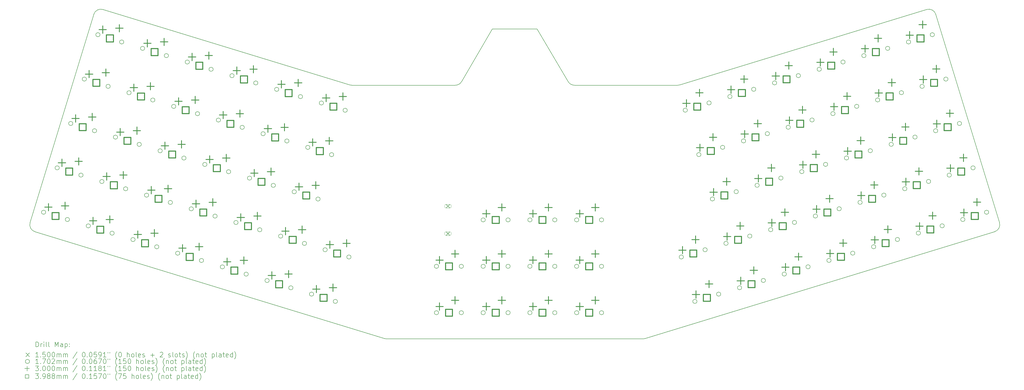
<source format=gbr>
%TF.GenerationSoftware,KiCad,Pcbnew,8.0.6*%
%TF.CreationDate,2024-10-28T13:21:29+01:00*%
%TF.ProjectId,pteranodon,70746572-616e-46f6-946f-6e2e6b696361,rev?*%
%TF.SameCoordinates,Original*%
%TF.FileFunction,Drillmap*%
%TF.FilePolarity,Positive*%
%FSLAX45Y45*%
G04 Gerber Fmt 4.5, Leading zero omitted, Abs format (unit mm)*
G04 Created by KiCad (PCBNEW 8.0.6) date 2024-10-28 13:21:29*
%MOMM*%
%LPD*%
G01*
G04 APERTURE LIST*
%ADD10C,0.200000*%
%ADD11C,0.150000*%
%ADD12C,0.100000*%
%ADD13C,0.170180*%
%ADD14C,0.300000*%
%ADD15C,0.398780*%
G04 APERTURE END LIST*
D10*
X27694138Y-11524378D02*
X37780750Y-8440391D01*
X1345539Y-17525286D02*
G75*
G02*
X1146352Y-17150681I87713J286898D01*
G01*
X3748467Y-8639571D02*
G75*
G02*
X4123070Y-8440391I286886J-87701D01*
G01*
X40757461Y-17150683D02*
G75*
G02*
X40558282Y-17525288I-286889J-87715D01*
G01*
X38155353Y-8639571D02*
X40757461Y-17150683D01*
X20037512Y-9234978D02*
X21866312Y-9234978D01*
X37780750Y-8440391D02*
G75*
G02*
X38155357Y-8639570I87712J-286897D01*
G01*
X21866312Y-9234978D02*
X23132434Y-11389485D01*
X20037512Y-9234978D02*
X18778419Y-11388887D01*
X14292120Y-11537488D02*
X18519424Y-11537488D01*
X40558281Y-17525286D02*
X26262129Y-21895174D01*
X14292120Y-11537488D02*
G75*
G02*
X14204362Y-11524365I2J300000D01*
G01*
X4123070Y-8440391D02*
X14204362Y-11524365D01*
X1345539Y-17525286D02*
X15635375Y-21895163D01*
X18778419Y-11388887D02*
G75*
G02*
X18519424Y-11537490I-258997J151399D01*
G01*
X26174433Y-21908278D02*
X15723105Y-21908278D01*
X15723105Y-21908278D02*
G75*
G02*
X15635375Y-21895162I-3J299950D01*
G01*
X26262129Y-21895174D02*
G75*
G02*
X26174433Y-21908278I-87697J286897D01*
G01*
X23391079Y-11537489D02*
G75*
G02*
X23132431Y-11389486I4J300011D01*
G01*
X1146359Y-17150683D02*
X3748467Y-8639571D01*
X27606422Y-11537488D02*
X23391079Y-11537489D01*
X27694138Y-11524378D02*
G75*
G02*
X27606422Y-11537488I-87717J286890D01*
G01*
D11*
X18145152Y-16406728D02*
X18295152Y-16556728D01*
X18295152Y-16406728D02*
X18145152Y-16556728D01*
D12*
X18155152Y-16556728D02*
X18285152Y-16556728D01*
X18285152Y-16406728D02*
G75*
G02*
X18285152Y-16556728I0J-75000D01*
G01*
X18285152Y-16406728D02*
X18155152Y-16406728D01*
X18155152Y-16406728D02*
G75*
G03*
X18155152Y-16556728I0J-75000D01*
G01*
D11*
X18145152Y-17526728D02*
X18295152Y-17676728D01*
X18295152Y-17526728D02*
X18145152Y-17676728D01*
D12*
X18155152Y-17676728D02*
X18285152Y-17676728D01*
X18285152Y-17526728D02*
G75*
G02*
X18285152Y-17676728I0J-75000D01*
G01*
X18285152Y-17526728D02*
X18155152Y-17526728D01*
X18155152Y-17526728D02*
G75*
G03*
X18155152Y-17676728I0J-75000D01*
G01*
D13*
X1783441Y-16728776D02*
G75*
G02*
X1613261Y-16728776I-85090J0D01*
G01*
X1613261Y-16728776D02*
G75*
G02*
X1783441Y-16728776I85090J0D01*
G01*
X2338143Y-14914427D02*
G75*
G02*
X2167963Y-14914427I-85090J0D01*
G01*
X2167963Y-14914427D02*
G75*
G02*
X2338143Y-14914427I85090J0D01*
G01*
X2755047Y-17025826D02*
G75*
G02*
X2584867Y-17025826I-85090J0D01*
G01*
X2584867Y-17025826D02*
G75*
G02*
X2755047Y-17025826I85090J0D01*
G01*
X2892845Y-13100078D02*
G75*
G02*
X2722666Y-13100078I-85090J0D01*
G01*
X2722666Y-13100078D02*
G75*
G02*
X2892845Y-13100078I85090J0D01*
G01*
X3309749Y-15211476D02*
G75*
G02*
X3139569Y-15211476I-85090J0D01*
G01*
X3139569Y-15211476D02*
G75*
G02*
X3309749Y-15211476I85090J0D01*
G01*
X3447548Y-11285728D02*
G75*
G02*
X3277368Y-11285728I-85090J0D01*
G01*
X3277368Y-11285728D02*
G75*
G02*
X3447548Y-11285728I85090J0D01*
G01*
X3609792Y-17287148D02*
G75*
G02*
X3439612Y-17287148I-85090J0D01*
G01*
X3439612Y-17287148D02*
G75*
G02*
X3609792Y-17287148I85090J0D01*
G01*
X3864451Y-13397127D02*
G75*
G02*
X3694271Y-13397127I-85090J0D01*
G01*
X3694271Y-13397127D02*
G75*
G02*
X3864451Y-13397127I85090J0D01*
G01*
X4002250Y-9471379D02*
G75*
G02*
X3832070Y-9471379I-85090J0D01*
G01*
X3832070Y-9471379D02*
G75*
G02*
X4002250Y-9471379I85090J0D01*
G01*
X4164494Y-15472798D02*
G75*
G02*
X3994314Y-15472798I-85090J0D01*
G01*
X3994314Y-15472798D02*
G75*
G02*
X4164494Y-15472798I85090J0D01*
G01*
X4419153Y-11582778D02*
G75*
G02*
X4248973Y-11582778I-85090J0D01*
G01*
X4248973Y-11582778D02*
G75*
G02*
X4419153Y-11582778I85090J0D01*
G01*
X4581398Y-17584197D02*
G75*
G02*
X4411218Y-17584197I-85090J0D01*
G01*
X4411218Y-17584197D02*
G75*
G02*
X4581398Y-17584197I85090J0D01*
G01*
X4719196Y-13658449D02*
G75*
G02*
X4549016Y-13658449I-85090J0D01*
G01*
X4549016Y-13658449D02*
G75*
G02*
X4719196Y-13658449I85090J0D01*
G01*
X4973856Y-9768429D02*
G75*
G02*
X4803676Y-9768429I-85090J0D01*
G01*
X4803676Y-9768429D02*
G75*
G02*
X4973856Y-9768429I85090J0D01*
G01*
X5136100Y-15769848D02*
G75*
G02*
X4965920Y-15769848I-85090J0D01*
G01*
X4965920Y-15769848D02*
G75*
G02*
X5136100Y-15769848I85090J0D01*
G01*
X5273899Y-11844100D02*
G75*
G02*
X5103719Y-11844100I-85090J0D01*
G01*
X5103719Y-11844100D02*
G75*
G02*
X5273899Y-11844100I85090J0D01*
G01*
X5436143Y-17845519D02*
G75*
G02*
X5265963Y-17845519I-85090J0D01*
G01*
X5265963Y-17845519D02*
G75*
G02*
X5436143Y-17845519I85090J0D01*
G01*
X5690802Y-13955499D02*
G75*
G02*
X5520622Y-13955499I-85090J0D01*
G01*
X5520622Y-13955499D02*
G75*
G02*
X5690802Y-13955499I85090J0D01*
G01*
X5828601Y-10029751D02*
G75*
G02*
X5658421Y-10029751I-85090J0D01*
G01*
X5658421Y-10029751D02*
G75*
G02*
X5828601Y-10029751I85090J0D01*
G01*
X5990845Y-16031170D02*
G75*
G02*
X5820665Y-16031170I-85090J0D01*
G01*
X5820665Y-16031170D02*
G75*
G02*
X5990845Y-16031170I85090J0D01*
G01*
X6245504Y-12141150D02*
G75*
G02*
X6075324Y-12141150I-85090J0D01*
G01*
X6075324Y-12141150D02*
G75*
G02*
X6245504Y-12141150I85090J0D01*
G01*
X6407748Y-18142569D02*
G75*
G02*
X6237568Y-18142569I-85090J0D01*
G01*
X6237568Y-18142569D02*
G75*
G02*
X6407748Y-18142569I85090J0D01*
G01*
X6545547Y-14216821D02*
G75*
G02*
X6375367Y-14216821I-85090J0D01*
G01*
X6375367Y-14216821D02*
G75*
G02*
X6545547Y-14216821I85090J0D01*
G01*
X6800207Y-10326800D02*
G75*
G02*
X6630027Y-10326800I-85090J0D01*
G01*
X6630027Y-10326800D02*
G75*
G02*
X6800207Y-10326800I85090J0D01*
G01*
X6962451Y-16328219D02*
G75*
G02*
X6792271Y-16328219I-85090J0D01*
G01*
X6792271Y-16328219D02*
G75*
G02*
X6962451Y-16328219I85090J0D01*
G01*
X7100250Y-12402471D02*
G75*
G02*
X6930070Y-12402471I-85090J0D01*
G01*
X6930070Y-12402471D02*
G75*
G02*
X7100250Y-12402471I85090J0D01*
G01*
X7262494Y-18403891D02*
G75*
G02*
X7092314Y-18403891I-85090J0D01*
G01*
X7092314Y-18403891D02*
G75*
G02*
X7262494Y-18403891I85090J0D01*
G01*
X7517153Y-14513870D02*
G75*
G02*
X7346973Y-14513870I-85090J0D01*
G01*
X7346973Y-14513870D02*
G75*
G02*
X7517153Y-14513870I85090J0D01*
G01*
X7654952Y-10588122D02*
G75*
G02*
X7484772Y-10588122I-85090J0D01*
G01*
X7484772Y-10588122D02*
G75*
G02*
X7654952Y-10588122I85090J0D01*
G01*
X7817196Y-16589541D02*
G75*
G02*
X7647016Y-16589541I-85090J0D01*
G01*
X7647016Y-16589541D02*
G75*
G02*
X7817196Y-16589541I85090J0D01*
G01*
X8071855Y-12699521D02*
G75*
G02*
X7901675Y-12699521I-85090J0D01*
G01*
X7901675Y-12699521D02*
G75*
G02*
X8071855Y-12699521I85090J0D01*
G01*
X8234099Y-18700940D02*
G75*
G02*
X8063919Y-18700940I-85090J0D01*
G01*
X8063919Y-18700940D02*
G75*
G02*
X8234099Y-18700940I85090J0D01*
G01*
X8371898Y-14775192D02*
G75*
G02*
X8201718Y-14775192I-85090J0D01*
G01*
X8201718Y-14775192D02*
G75*
G02*
X8371898Y-14775192I85090J0D01*
G01*
X8626557Y-10885172D02*
G75*
G02*
X8456377Y-10885172I-85090J0D01*
G01*
X8456377Y-10885172D02*
G75*
G02*
X8626557Y-10885172I85090J0D01*
G01*
X8788802Y-16886591D02*
G75*
G02*
X8618622Y-16886591I-85090J0D01*
G01*
X8618622Y-16886591D02*
G75*
G02*
X8788802Y-16886591I85090J0D01*
G01*
X8926600Y-12960843D02*
G75*
G02*
X8756420Y-12960843I-85090J0D01*
G01*
X8756420Y-12960843D02*
G75*
G02*
X8926600Y-12960843I85090J0D01*
G01*
X9088845Y-18962262D02*
G75*
G02*
X8918665Y-18962262I-85090J0D01*
G01*
X8918665Y-18962262D02*
G75*
G02*
X9088845Y-18962262I85090J0D01*
G01*
X9343504Y-15072242D02*
G75*
G02*
X9173324Y-15072242I-85090J0D01*
G01*
X9173324Y-15072242D02*
G75*
G02*
X9343504Y-15072242I85090J0D01*
G01*
X9481303Y-11146494D02*
G75*
G02*
X9311123Y-11146494I-85090J0D01*
G01*
X9311123Y-11146494D02*
G75*
G02*
X9481303Y-11146494I85090J0D01*
G01*
X9643547Y-17147913D02*
G75*
G02*
X9473367Y-17147913I-85090J0D01*
G01*
X9473367Y-17147913D02*
G75*
G02*
X9643547Y-17147913I85090J0D01*
G01*
X9898206Y-13257893D02*
G75*
G02*
X9728026Y-13257893I-85090J0D01*
G01*
X9728026Y-13257893D02*
G75*
G02*
X9898206Y-13257893I85090J0D01*
G01*
X10060450Y-19259312D02*
G75*
G02*
X9890270Y-19259312I-85090J0D01*
G01*
X9890270Y-19259312D02*
G75*
G02*
X10060450Y-19259312I85090J0D01*
G01*
X10198249Y-15333563D02*
G75*
G02*
X10028069Y-15333563I-85090J0D01*
G01*
X10028069Y-15333563D02*
G75*
G02*
X10198249Y-15333563I85090J0D01*
G01*
X10452908Y-11443543D02*
G75*
G02*
X10282728Y-11443543I-85090J0D01*
G01*
X10282728Y-11443543D02*
G75*
G02*
X10452908Y-11443543I85090J0D01*
G01*
X10615152Y-17444963D02*
G75*
G02*
X10444972Y-17444963I-85090J0D01*
G01*
X10444972Y-17444963D02*
G75*
G02*
X10615152Y-17444963I85090J0D01*
G01*
X10752951Y-13519214D02*
G75*
G02*
X10582771Y-13519214I-85090J0D01*
G01*
X10582771Y-13519214D02*
G75*
G02*
X10752951Y-13519214I85090J0D01*
G01*
X10915195Y-19520633D02*
G75*
G02*
X10745015Y-19520633I-85090J0D01*
G01*
X10745015Y-19520633D02*
G75*
G02*
X10915195Y-19520633I85090J0D01*
G01*
X11169854Y-15630613D02*
G75*
G02*
X10999674Y-15630613I-85090J0D01*
G01*
X10999674Y-15630613D02*
G75*
G02*
X11169854Y-15630613I85090J0D01*
G01*
X11307653Y-11704865D02*
G75*
G02*
X11137473Y-11704865I-85090J0D01*
G01*
X11137473Y-11704865D02*
G75*
G02*
X11307653Y-11704865I85090J0D01*
G01*
X11469897Y-17706284D02*
G75*
G02*
X11299717Y-17706284I-85090J0D01*
G01*
X11299717Y-17706284D02*
G75*
G02*
X11469897Y-17706284I85090J0D01*
G01*
X11724557Y-13816264D02*
G75*
G02*
X11554377Y-13816264I-85090J0D01*
G01*
X11554377Y-13816264D02*
G75*
G02*
X11724557Y-13816264I85090J0D01*
G01*
X11886801Y-19817683D02*
G75*
G02*
X11716621Y-19817683I-85090J0D01*
G01*
X11716621Y-19817683D02*
G75*
G02*
X11886801Y-19817683I85090J0D01*
G01*
X12024599Y-15891935D02*
G75*
G02*
X11854419Y-15891935I-85090J0D01*
G01*
X11854419Y-15891935D02*
G75*
G02*
X12024599Y-15891935I85090J0D01*
G01*
X12279259Y-12001915D02*
G75*
G02*
X12109079Y-12001915I-85090J0D01*
G01*
X12109079Y-12001915D02*
G75*
G02*
X12279259Y-12001915I85090J0D01*
G01*
X12441503Y-18003334D02*
G75*
G02*
X12271323Y-18003334I-85090J0D01*
G01*
X12271323Y-18003334D02*
G75*
G02*
X12441503Y-18003334I85090J0D01*
G01*
X12579302Y-14077586D02*
G75*
G02*
X12409122Y-14077586I-85090J0D01*
G01*
X12409122Y-14077586D02*
G75*
G02*
X12579302Y-14077586I85090J0D01*
G01*
X12732174Y-20076140D02*
G75*
G02*
X12561994Y-20076140I-85090J0D01*
G01*
X12561994Y-20076140D02*
G75*
G02*
X12732174Y-20076140I85090J0D01*
G01*
X12996205Y-16188985D02*
G75*
G02*
X12826025Y-16188985I-85090J0D01*
G01*
X12826025Y-16188985D02*
G75*
G02*
X12996205Y-16188985I85090J0D01*
G01*
X13134004Y-12263237D02*
G75*
G02*
X12963824Y-12263237I-85090J0D01*
G01*
X12963824Y-12263237D02*
G75*
G02*
X13134004Y-12263237I85090J0D01*
G01*
X13286877Y-18261791D02*
G75*
G02*
X13116697Y-18261791I-85090J0D01*
G01*
X13116697Y-18261791D02*
G75*
G02*
X13286877Y-18261791I85090J0D01*
G01*
X13550908Y-14374636D02*
G75*
G02*
X13380728Y-14374636I-85090J0D01*
G01*
X13380728Y-14374636D02*
G75*
G02*
X13550908Y-14374636I85090J0D01*
G01*
X13703780Y-20373189D02*
G75*
G02*
X13533600Y-20373189I-85090J0D01*
G01*
X13533600Y-20373189D02*
G75*
G02*
X13703780Y-20373189I85090J0D01*
G01*
X14105610Y-12560286D02*
G75*
G02*
X13935430Y-12560286I-85090J0D01*
G01*
X13935430Y-12560286D02*
G75*
G02*
X14105610Y-12560286I85090J0D01*
G01*
X14258482Y-18558840D02*
G75*
G02*
X14088302Y-18558840I-85090J0D01*
G01*
X14088302Y-18558840D02*
G75*
G02*
X14258482Y-18558840I85090J0D01*
G01*
X17835742Y-18938978D02*
G75*
G02*
X17665562Y-18938978I-85090J0D01*
G01*
X17665562Y-18938978D02*
G75*
G02*
X17835742Y-18938978I85090J0D01*
G01*
X17835742Y-20836228D02*
G75*
G02*
X17665562Y-20836228I-85090J0D01*
G01*
X17665562Y-20836228D02*
G75*
G02*
X17835742Y-20836228I85090J0D01*
G01*
X18851742Y-18938978D02*
G75*
G02*
X18681562Y-18938978I-85090J0D01*
G01*
X18681562Y-18938978D02*
G75*
G02*
X18851742Y-18938978I85090J0D01*
G01*
X18851742Y-20836228D02*
G75*
G02*
X18681562Y-20836228I-85090J0D01*
G01*
X18681562Y-20836228D02*
G75*
G02*
X18851742Y-20836228I85090J0D01*
G01*
X19745542Y-17041728D02*
G75*
G02*
X19575362Y-17041728I-85090J0D01*
G01*
X19575362Y-17041728D02*
G75*
G02*
X19745542Y-17041728I85090J0D01*
G01*
X19745542Y-18938978D02*
G75*
G02*
X19575362Y-18938978I-85090J0D01*
G01*
X19575362Y-18938978D02*
G75*
G02*
X19745542Y-18938978I85090J0D01*
G01*
X19745542Y-20836228D02*
G75*
G02*
X19575362Y-20836228I-85090J0D01*
G01*
X19575362Y-20836228D02*
G75*
G02*
X19745542Y-20836228I85090J0D01*
G01*
X20761542Y-17041728D02*
G75*
G02*
X20591362Y-17041728I-85090J0D01*
G01*
X20591362Y-17041728D02*
G75*
G02*
X20761542Y-17041728I85090J0D01*
G01*
X20761542Y-18938978D02*
G75*
G02*
X20591362Y-18938978I-85090J0D01*
G01*
X20591362Y-18938978D02*
G75*
G02*
X20761542Y-18938978I85090J0D01*
G01*
X20761542Y-20836228D02*
G75*
G02*
X20591362Y-20836228I-85090J0D01*
G01*
X20591362Y-20836228D02*
G75*
G02*
X20761542Y-20836228I85090J0D01*
G01*
X21655342Y-17041728D02*
G75*
G02*
X21485162Y-17041728I-85090J0D01*
G01*
X21485162Y-17041728D02*
G75*
G02*
X21655342Y-17041728I85090J0D01*
G01*
X21655342Y-18938978D02*
G75*
G02*
X21485162Y-18938978I-85090J0D01*
G01*
X21485162Y-18938978D02*
G75*
G02*
X21655342Y-18938978I85090J0D01*
G01*
X21655342Y-20836228D02*
G75*
G02*
X21485162Y-20836228I-85090J0D01*
G01*
X21485162Y-20836228D02*
G75*
G02*
X21655342Y-20836228I85090J0D01*
G01*
X22671342Y-17041728D02*
G75*
G02*
X22501162Y-17041728I-85090J0D01*
G01*
X22501162Y-17041728D02*
G75*
G02*
X22671342Y-17041728I85090J0D01*
G01*
X22671342Y-18938978D02*
G75*
G02*
X22501162Y-18938978I-85090J0D01*
G01*
X22501162Y-18938978D02*
G75*
G02*
X22671342Y-18938978I85090J0D01*
G01*
X22671342Y-20836228D02*
G75*
G02*
X22501162Y-20836228I-85090J0D01*
G01*
X22501162Y-20836228D02*
G75*
G02*
X22671342Y-20836228I85090J0D01*
G01*
X23565142Y-17041728D02*
G75*
G02*
X23394962Y-17041728I-85090J0D01*
G01*
X23394962Y-17041728D02*
G75*
G02*
X23565142Y-17041728I85090J0D01*
G01*
X23565142Y-18938978D02*
G75*
G02*
X23394962Y-18938978I-85090J0D01*
G01*
X23394962Y-18938978D02*
G75*
G02*
X23565142Y-18938978I85090J0D01*
G01*
X23565142Y-20836228D02*
G75*
G02*
X23394962Y-20836228I-85090J0D01*
G01*
X23394962Y-20836228D02*
G75*
G02*
X23565142Y-20836228I85090J0D01*
G01*
X24581142Y-17041728D02*
G75*
G02*
X24410962Y-17041728I-85090J0D01*
G01*
X24410962Y-17041728D02*
G75*
G02*
X24581142Y-17041728I85090J0D01*
G01*
X24581142Y-18938978D02*
G75*
G02*
X24410962Y-18938978I-85090J0D01*
G01*
X24410962Y-18938978D02*
G75*
G02*
X24581142Y-18938978I85090J0D01*
G01*
X24581142Y-20836228D02*
G75*
G02*
X24410962Y-20836228I-85090J0D01*
G01*
X24410962Y-20836228D02*
G75*
G02*
X24581142Y-20836228I85090J0D01*
G01*
X27840904Y-18558840D02*
G75*
G02*
X27670724Y-18558840I-85090J0D01*
G01*
X27670724Y-18558840D02*
G75*
G02*
X27840904Y-18558840I85090J0D01*
G01*
X28003148Y-12557421D02*
G75*
G02*
X27832968Y-12557421I-85090J0D01*
G01*
X27832968Y-12557421D02*
G75*
G02*
X28003148Y-12557421I85090J0D01*
G01*
X28395606Y-20373189D02*
G75*
G02*
X28225426Y-20373189I-85090J0D01*
G01*
X28225426Y-20373189D02*
G75*
G02*
X28395606Y-20373189I85090J0D01*
G01*
X28557850Y-14371770D02*
G75*
G02*
X28387670Y-14371770I-85090J0D01*
G01*
X28387670Y-14371770D02*
G75*
G02*
X28557850Y-14371770I85090J0D01*
G01*
X28812509Y-18261791D02*
G75*
G02*
X28642329Y-18261791I-85090J0D01*
G01*
X28642329Y-18261791D02*
G75*
G02*
X28812509Y-18261791I85090J0D01*
G01*
X28974754Y-12260371D02*
G75*
G02*
X28804574Y-12260371I-85090J0D01*
G01*
X28804574Y-12260371D02*
G75*
G02*
X28974754Y-12260371I85090J0D01*
G01*
X29112553Y-16186119D02*
G75*
G02*
X28942373Y-16186119I-85090J0D01*
G01*
X28942373Y-16186119D02*
G75*
G02*
X29112553Y-16186119I85090J0D01*
G01*
X29367212Y-20076140D02*
G75*
G02*
X29197032Y-20076140I-85090J0D01*
G01*
X29197032Y-20076140D02*
G75*
G02*
X29367212Y-20076140I85090J0D01*
G01*
X29529456Y-14074721D02*
G75*
G02*
X29359276Y-14074721I-85090J0D01*
G01*
X29359276Y-14074721D02*
G75*
G02*
X29529456Y-14074721I85090J0D01*
G01*
X29667255Y-18000469D02*
G75*
G02*
X29497075Y-18000469I-85090J0D01*
G01*
X29497075Y-18000469D02*
G75*
G02*
X29667255Y-18000469I85090J0D01*
G01*
X29827624Y-11999623D02*
G75*
G02*
X29657444Y-11999623I-85090J0D01*
G01*
X29657444Y-11999623D02*
G75*
G02*
X29827624Y-11999623I85090J0D01*
G01*
X30084158Y-15889070D02*
G75*
G02*
X29913978Y-15889070I-85090J0D01*
G01*
X29913978Y-15889070D02*
G75*
G02*
X30084158Y-15889070I85090J0D01*
G01*
X30221957Y-19814818D02*
G75*
G02*
X30051777Y-19814818I-85090J0D01*
G01*
X30051777Y-19814818D02*
G75*
G02*
X30221957Y-19814818I85090J0D01*
G01*
X30384201Y-13813399D02*
G75*
G02*
X30214021Y-13813399I-85090J0D01*
G01*
X30214021Y-13813399D02*
G75*
G02*
X30384201Y-13813399I85090J0D01*
G01*
X30638860Y-17703419D02*
G75*
G02*
X30468680Y-17703419I-85090J0D01*
G01*
X30468680Y-17703419D02*
G75*
G02*
X30638860Y-17703419I85090J0D01*
G01*
X30799230Y-11702573D02*
G75*
G02*
X30629050Y-11702573I-85090J0D01*
G01*
X30629050Y-11702573D02*
G75*
G02*
X30799230Y-11702573I85090J0D01*
G01*
X30938903Y-15627748D02*
G75*
G02*
X30768723Y-15627748I-85090J0D01*
G01*
X30768723Y-15627748D02*
G75*
G02*
X30938903Y-15627748I85090J0D01*
G01*
X31193563Y-19517768D02*
G75*
G02*
X31023383Y-19517768I-85090J0D01*
G01*
X31023383Y-19517768D02*
G75*
G02*
X31193563Y-19517768I85090J0D01*
G01*
X31355807Y-13516349D02*
G75*
G02*
X31185627Y-13516349I-85090J0D01*
G01*
X31185627Y-13516349D02*
G75*
G02*
X31355807Y-13516349I85090J0D01*
G01*
X31493605Y-17442097D02*
G75*
G02*
X31323425Y-17442097I-85090J0D01*
G01*
X31323425Y-17442097D02*
G75*
G02*
X31493605Y-17442097I85090J0D01*
G01*
X31652101Y-11441824D02*
G75*
G02*
X31481921Y-11441824I-85090J0D01*
G01*
X31481921Y-11441824D02*
G75*
G02*
X31652101Y-11441824I85090J0D01*
G01*
X31910509Y-15330698D02*
G75*
G02*
X31740329Y-15330698I-85090J0D01*
G01*
X31740329Y-15330698D02*
G75*
G02*
X31910509Y-15330698I85090J0D01*
G01*
X32048308Y-19256447D02*
G75*
G02*
X31878128Y-19256447I-85090J0D01*
G01*
X31878128Y-19256447D02*
G75*
G02*
X32048308Y-19256447I85090J0D01*
G01*
X32210552Y-13255027D02*
G75*
G02*
X32040372Y-13255027I-85090J0D01*
G01*
X32040372Y-13255027D02*
G75*
G02*
X32210552Y-13255027I85090J0D01*
G01*
X32465211Y-17145048D02*
G75*
G02*
X32295031Y-17145048I-85090J0D01*
G01*
X32295031Y-17145048D02*
G75*
G02*
X32465211Y-17145048I85090J0D01*
G01*
X32623706Y-11144775D02*
G75*
G02*
X32453526Y-11144775I-85090J0D01*
G01*
X32453526Y-11144775D02*
G75*
G02*
X32623706Y-11144775I85090J0D01*
G01*
X32765254Y-15069377D02*
G75*
G02*
X32595074Y-15069377I-85090J0D01*
G01*
X32595074Y-15069377D02*
G75*
G02*
X32765254Y-15069377I85090J0D01*
G01*
X33019913Y-18959397D02*
G75*
G02*
X32849733Y-18959397I-85090J0D01*
G01*
X32849733Y-18959397D02*
G75*
G02*
X33019913Y-18959397I85090J0D01*
G01*
X33182158Y-12957978D02*
G75*
G02*
X33011978Y-12957978I-85090J0D01*
G01*
X33011978Y-12957978D02*
G75*
G02*
X33182158Y-12957978I85090J0D01*
G01*
X33319956Y-16883726D02*
G75*
G02*
X33149776Y-16883726I-85090J0D01*
G01*
X33149776Y-16883726D02*
G75*
G02*
X33319956Y-16883726I85090J0D01*
G01*
X33476577Y-10884026D02*
G75*
G02*
X33306397Y-10884026I-85090J0D01*
G01*
X33306397Y-10884026D02*
G75*
G02*
X33476577Y-10884026I85090J0D01*
G01*
X33736860Y-14772327D02*
G75*
G02*
X33566680Y-14772327I-85090J0D01*
G01*
X33566680Y-14772327D02*
G75*
G02*
X33736860Y-14772327I85090J0D01*
G01*
X33874659Y-18698075D02*
G75*
G02*
X33704479Y-18698075I-85090J0D01*
G01*
X33704479Y-18698075D02*
G75*
G02*
X33874659Y-18698075I85090J0D01*
G01*
X34036903Y-12696656D02*
G75*
G02*
X33866723Y-12696656I-85090J0D01*
G01*
X33866723Y-12696656D02*
G75*
G02*
X34036903Y-12696656I85090J0D01*
G01*
X34291562Y-16586676D02*
G75*
G02*
X34121382Y-16586676I-85090J0D01*
G01*
X34121382Y-16586676D02*
G75*
G02*
X34291562Y-16586676I85090J0D01*
G01*
X34448183Y-10586976D02*
G75*
G02*
X34278003Y-10586976I-85090J0D01*
G01*
X34278003Y-10586976D02*
G75*
G02*
X34448183Y-10586976I85090J0D01*
G01*
X34591605Y-14511005D02*
G75*
G02*
X34421425Y-14511005I-85090J0D01*
G01*
X34421425Y-14511005D02*
G75*
G02*
X34591605Y-14511005I85090J0D01*
G01*
X34846264Y-18401025D02*
G75*
G02*
X34676084Y-18401025I-85090J0D01*
G01*
X34676084Y-18401025D02*
G75*
G02*
X34846264Y-18401025I85090J0D01*
G01*
X35008508Y-12399606D02*
G75*
G02*
X34838328Y-12399606I-85090J0D01*
G01*
X34838328Y-12399606D02*
G75*
G02*
X35008508Y-12399606I85090J0D01*
G01*
X35146307Y-16325354D02*
G75*
G02*
X34976127Y-16325354I-85090J0D01*
G01*
X34976127Y-16325354D02*
G75*
G02*
X35146307Y-16325354I85090J0D01*
G01*
X35301054Y-10326227D02*
G75*
G02*
X35130874Y-10326227I-85090J0D01*
G01*
X35130874Y-10326227D02*
G75*
G02*
X35301054Y-10326227I85090J0D01*
G01*
X35563211Y-14213955D02*
G75*
G02*
X35393031Y-14213955I-85090J0D01*
G01*
X35393031Y-14213955D02*
G75*
G02*
X35563211Y-14213955I85090J0D01*
G01*
X35701009Y-18139703D02*
G75*
G02*
X35530829Y-18139703I-85090J0D01*
G01*
X35530829Y-18139703D02*
G75*
G02*
X35701009Y-18139703I85090J0D01*
G01*
X35863254Y-12138284D02*
G75*
G02*
X35693074Y-12138284I-85090J0D01*
G01*
X35693074Y-12138284D02*
G75*
G02*
X35863254Y-12138284I85090J0D01*
G01*
X36117913Y-16028305D02*
G75*
G02*
X35947733Y-16028305I-85090J0D01*
G01*
X35947733Y-16028305D02*
G75*
G02*
X36117913Y-16028305I85090J0D01*
G01*
X36272660Y-10029178D02*
G75*
G02*
X36102480Y-10029178I-85090J0D01*
G01*
X36102480Y-10029178D02*
G75*
G02*
X36272660Y-10029178I85090J0D01*
G01*
X36417956Y-13952633D02*
G75*
G02*
X36247776Y-13952633I-85090J0D01*
G01*
X36247776Y-13952633D02*
G75*
G02*
X36417956Y-13952633I85090J0D01*
G01*
X36672615Y-17842654D02*
G75*
G02*
X36502435Y-17842654I-85090J0D01*
G01*
X36502435Y-17842654D02*
G75*
G02*
X36672615Y-17842654I85090J0D01*
G01*
X36834859Y-11841235D02*
G75*
G02*
X36664679Y-11841235I-85090J0D01*
G01*
X36664679Y-11841235D02*
G75*
G02*
X36834859Y-11841235I85090J0D01*
G01*
X36972658Y-15766983D02*
G75*
G02*
X36802478Y-15766983I-85090J0D01*
G01*
X36802478Y-15766983D02*
G75*
G02*
X36972658Y-15766983I85090J0D01*
G01*
X37125530Y-9768429D02*
G75*
G02*
X36955350Y-9768429I-85090J0D01*
G01*
X36955350Y-9768429D02*
G75*
G02*
X37125530Y-9768429I85090J0D01*
G01*
X37389561Y-13655584D02*
G75*
G02*
X37219381Y-13655584I-85090J0D01*
G01*
X37219381Y-13655584D02*
G75*
G02*
X37389561Y-13655584I85090J0D01*
G01*
X37527360Y-17581332D02*
G75*
G02*
X37357180Y-17581332I-85090J0D01*
G01*
X37357180Y-17581332D02*
G75*
G02*
X37527360Y-17581332I85090J0D01*
G01*
X37680233Y-11582778D02*
G75*
G02*
X37510053Y-11582778I-85090J0D01*
G01*
X37510053Y-11582778D02*
G75*
G02*
X37680233Y-11582778I85090J0D01*
G01*
X37944264Y-15469933D02*
G75*
G02*
X37774084Y-15469933I-85090J0D01*
G01*
X37774084Y-15469933D02*
G75*
G02*
X37944264Y-15469933I85090J0D01*
G01*
X38097136Y-9471379D02*
G75*
G02*
X37926956Y-9471379I-85090J0D01*
G01*
X37926956Y-9471379D02*
G75*
G02*
X38097136Y-9471379I85090J0D01*
G01*
X38234935Y-13397127D02*
G75*
G02*
X38064755Y-13397127I-85090J0D01*
G01*
X38064755Y-13397127D02*
G75*
G02*
X38234935Y-13397127I85090J0D01*
G01*
X38498966Y-17284282D02*
G75*
G02*
X38328786Y-17284282I-85090J0D01*
G01*
X38328786Y-17284282D02*
G75*
G02*
X38498966Y-17284282I85090J0D01*
G01*
X38651838Y-11285728D02*
G75*
G02*
X38481658Y-11285728I-85090J0D01*
G01*
X38481658Y-11285728D02*
G75*
G02*
X38651838Y-11285728I85090J0D01*
G01*
X38789637Y-15211477D02*
G75*
G02*
X38619457Y-15211477I-85090J0D01*
G01*
X38619457Y-15211477D02*
G75*
G02*
X38789637Y-15211477I85090J0D01*
G01*
X39206541Y-13100078D02*
G75*
G02*
X39036361Y-13100078I-85090J0D01*
G01*
X39036361Y-13100078D02*
G75*
G02*
X39206541Y-13100078I85090J0D01*
G01*
X39344339Y-17025826D02*
G75*
G02*
X39174159Y-17025826I-85090J0D01*
G01*
X39174159Y-17025826D02*
G75*
G02*
X39344339Y-17025826I85090J0D01*
G01*
X39761243Y-14914427D02*
G75*
G02*
X39591063Y-14914427I-85090J0D01*
G01*
X39591063Y-14914427D02*
G75*
G02*
X39761243Y-14914427I85090J0D01*
G01*
X40315945Y-16728776D02*
G75*
G02*
X40145765Y-16728776I-85090J0D01*
G01*
X40145765Y-16728776D02*
G75*
G02*
X40315945Y-16728776I85090J0D01*
G01*
D14*
X1894064Y-16373006D02*
X1894064Y-16673006D01*
X1744064Y-16523006D02*
X2044064Y-16523006D01*
X2448766Y-14558657D02*
X2448766Y-14858657D01*
X2298766Y-14708657D02*
X2598766Y-14708657D01*
X2575580Y-16315760D02*
X2575580Y-16615760D01*
X2425580Y-16465760D02*
X2725580Y-16465760D01*
X3003469Y-12744307D02*
X3003469Y-13044307D01*
X2853469Y-12894307D02*
X3153469Y-12894307D01*
X3130282Y-14501411D02*
X3130282Y-14801411D01*
X2980282Y-14651411D02*
X3280282Y-14651411D01*
X3558171Y-10929958D02*
X3558171Y-11229958D01*
X3408171Y-11079958D02*
X3708171Y-11079958D01*
X3684984Y-12687062D02*
X3684984Y-12987062D01*
X3534984Y-12837062D02*
X3834984Y-12837062D01*
X3720415Y-16931377D02*
X3720415Y-17231377D01*
X3570415Y-17081377D02*
X3870415Y-17081377D01*
X4112873Y-9115609D02*
X4112873Y-9415609D01*
X3962873Y-9265609D02*
X4262873Y-9265609D01*
X4239687Y-10872713D02*
X4239687Y-11172713D01*
X4089687Y-11022713D02*
X4389687Y-11022713D01*
X4275117Y-15117028D02*
X4275117Y-15417028D01*
X4125117Y-15267028D02*
X4425117Y-15267028D01*
X4401931Y-16874132D02*
X4401931Y-17174132D01*
X4251931Y-17024132D02*
X4551931Y-17024132D01*
X4794389Y-9058364D02*
X4794389Y-9358364D01*
X4644389Y-9208364D02*
X4944389Y-9208364D01*
X4829819Y-13302679D02*
X4829819Y-13602679D01*
X4679819Y-13452679D02*
X4979819Y-13452679D01*
X4956633Y-15059783D02*
X4956633Y-15359783D01*
X4806633Y-15209783D02*
X5106633Y-15209783D01*
X5384522Y-11488330D02*
X5384522Y-11788330D01*
X5234522Y-11638330D02*
X5534522Y-11638330D01*
X5511335Y-13245434D02*
X5511335Y-13545434D01*
X5361335Y-13395434D02*
X5661335Y-13395434D01*
X5546766Y-17489749D02*
X5546766Y-17789749D01*
X5396766Y-17639749D02*
X5696766Y-17639749D01*
X5939224Y-9673981D02*
X5939224Y-9973981D01*
X5789224Y-9823981D02*
X6089224Y-9823981D01*
X6066038Y-11431084D02*
X6066038Y-11731084D01*
X5916038Y-11581084D02*
X6216038Y-11581084D01*
X6101468Y-15675400D02*
X6101468Y-15975400D01*
X5951468Y-15825400D02*
X6251468Y-15825400D01*
X6228282Y-17432504D02*
X6228282Y-17732504D01*
X6078282Y-17582504D02*
X6378282Y-17582504D01*
X6620740Y-9616735D02*
X6620740Y-9916735D01*
X6470740Y-9766735D02*
X6770740Y-9766735D01*
X6656170Y-13861050D02*
X6656170Y-14161050D01*
X6506170Y-14011050D02*
X6806170Y-14011050D01*
X6782984Y-15618154D02*
X6782984Y-15918154D01*
X6632984Y-15768154D02*
X6932984Y-15768154D01*
X7210873Y-12046701D02*
X7210873Y-12346701D01*
X7060873Y-12196701D02*
X7360873Y-12196701D01*
X7337686Y-13803805D02*
X7337686Y-14103805D01*
X7187686Y-13953805D02*
X7487686Y-13953805D01*
X7373117Y-18048120D02*
X7373117Y-18348120D01*
X7223117Y-18198120D02*
X7523117Y-18198120D01*
X7765575Y-10232352D02*
X7765575Y-10532352D01*
X7615575Y-10382352D02*
X7915575Y-10382352D01*
X7892389Y-11989456D02*
X7892389Y-12289456D01*
X7742389Y-12139456D02*
X8042389Y-12139456D01*
X7927819Y-16233771D02*
X7927819Y-16533771D01*
X7777819Y-16383771D02*
X8077819Y-16383771D01*
X8054633Y-17990875D02*
X8054633Y-18290875D01*
X7904633Y-18140875D02*
X8204633Y-18140875D01*
X8447091Y-10175107D02*
X8447091Y-10475107D01*
X8297091Y-10325107D02*
X8597091Y-10325107D01*
X8482521Y-14419422D02*
X8482521Y-14719422D01*
X8332521Y-14569422D02*
X8632521Y-14569422D01*
X8609335Y-16176526D02*
X8609335Y-16476526D01*
X8459335Y-16326526D02*
X8759335Y-16326526D01*
X9037223Y-12605073D02*
X9037223Y-12905073D01*
X8887223Y-12755073D02*
X9187223Y-12755073D01*
X9164037Y-14362176D02*
X9164037Y-14662176D01*
X9014037Y-14512176D02*
X9314037Y-14512176D01*
X9199468Y-18606492D02*
X9199468Y-18906492D01*
X9049468Y-18756492D02*
X9349468Y-18756492D01*
X9591926Y-10790724D02*
X9591926Y-11090724D01*
X9441926Y-10940724D02*
X9741926Y-10940724D01*
X9718739Y-12547827D02*
X9718739Y-12847827D01*
X9568739Y-12697827D02*
X9868739Y-12697827D01*
X9754170Y-16792143D02*
X9754170Y-17092143D01*
X9604170Y-16942143D02*
X9904170Y-16942143D01*
X9880984Y-18549247D02*
X9880984Y-18849247D01*
X9730984Y-18699247D02*
X10030984Y-18699247D01*
X10273442Y-10733478D02*
X10273442Y-11033478D01*
X10123442Y-10883478D02*
X10423442Y-10883478D01*
X10308872Y-14977793D02*
X10308872Y-15277793D01*
X10158872Y-15127793D02*
X10458872Y-15127793D01*
X10435686Y-16734897D02*
X10435686Y-17034897D01*
X10285686Y-16884897D02*
X10585686Y-16884897D01*
X10863574Y-13163444D02*
X10863574Y-13463444D01*
X10713574Y-13313444D02*
X11013574Y-13313444D01*
X10990388Y-14920548D02*
X10990388Y-15220548D01*
X10840388Y-15070548D02*
X11140388Y-15070548D01*
X11025818Y-19164863D02*
X11025818Y-19464863D01*
X10875818Y-19314863D02*
X11175818Y-19314863D01*
X11418276Y-11349095D02*
X11418276Y-11649095D01*
X11268276Y-11499095D02*
X11568276Y-11499095D01*
X11545090Y-13106199D02*
X11545090Y-13406199D01*
X11395090Y-13256199D02*
X11695090Y-13256199D01*
X11580521Y-17350514D02*
X11580521Y-17650514D01*
X11430521Y-17500514D02*
X11730521Y-17500514D01*
X11707334Y-19107618D02*
X11707334Y-19407618D01*
X11557334Y-19257618D02*
X11857334Y-19257618D01*
X12099792Y-11291850D02*
X12099792Y-11591850D01*
X11949792Y-11441850D02*
X12249792Y-11441850D01*
X12135223Y-15536165D02*
X12135223Y-15836165D01*
X11985223Y-15686165D02*
X12285223Y-15686165D01*
X12262036Y-17293269D02*
X12262036Y-17593269D01*
X12112036Y-17443269D02*
X12412036Y-17443269D01*
X12689925Y-13721816D02*
X12689925Y-14021816D01*
X12539925Y-13871816D02*
X12839925Y-13871816D01*
X12816738Y-15478919D02*
X12816738Y-15778919D01*
X12666738Y-15628919D02*
X12966738Y-15628919D01*
X12842797Y-19720370D02*
X12842797Y-20020370D01*
X12692797Y-19870370D02*
X12992797Y-19870370D01*
X13244627Y-11907467D02*
X13244627Y-12207467D01*
X13094627Y-12057467D02*
X13394627Y-12057467D01*
X13371441Y-13664570D02*
X13371441Y-13964570D01*
X13221441Y-13814570D02*
X13521441Y-13814570D01*
X13397500Y-17906020D02*
X13397500Y-18206020D01*
X13247500Y-18056020D02*
X13547500Y-18056020D01*
X13524313Y-19663124D02*
X13524313Y-19963124D01*
X13374313Y-19813124D02*
X13674313Y-19813124D01*
X13926143Y-11850221D02*
X13926143Y-12150221D01*
X13776143Y-12000221D02*
X14076143Y-12000221D01*
X14079016Y-17848775D02*
X14079016Y-18148775D01*
X13929016Y-17998775D02*
X14229016Y-17998775D01*
X17877652Y-18534978D02*
X17877652Y-18834978D01*
X17727652Y-18684978D02*
X18027652Y-18684978D01*
X17877652Y-20432228D02*
X17877652Y-20732228D01*
X17727652Y-20582228D02*
X18027652Y-20582228D01*
X18512652Y-18280978D02*
X18512652Y-18580978D01*
X18362652Y-18430978D02*
X18662652Y-18430978D01*
X18512652Y-20178228D02*
X18512652Y-20478228D01*
X18362652Y-20328228D02*
X18662652Y-20328228D01*
X19787452Y-16637728D02*
X19787452Y-16937728D01*
X19637452Y-16787728D02*
X19937452Y-16787728D01*
X19787452Y-18534978D02*
X19787452Y-18834978D01*
X19637452Y-18684978D02*
X19937452Y-18684978D01*
X19787452Y-20432228D02*
X19787452Y-20732228D01*
X19637452Y-20582228D02*
X19937452Y-20582228D01*
X20422452Y-16383728D02*
X20422452Y-16683728D01*
X20272452Y-16533728D02*
X20572452Y-16533728D01*
X20422452Y-18280978D02*
X20422452Y-18580978D01*
X20272452Y-18430978D02*
X20572452Y-18430978D01*
X20422452Y-20178228D02*
X20422452Y-20478228D01*
X20272452Y-20328228D02*
X20572452Y-20328228D01*
X21697252Y-16637728D02*
X21697252Y-16937728D01*
X21547252Y-16787728D02*
X21847252Y-16787728D01*
X21697252Y-18534978D02*
X21697252Y-18834978D01*
X21547252Y-18684978D02*
X21847252Y-18684978D01*
X21697252Y-20432228D02*
X21697252Y-20732228D01*
X21547252Y-20582228D02*
X21847252Y-20582228D01*
X22332252Y-16383728D02*
X22332252Y-16683728D01*
X22182252Y-16533728D02*
X22482252Y-16533728D01*
X22332252Y-18280978D02*
X22332252Y-18580978D01*
X22182252Y-18430978D02*
X22482252Y-18430978D01*
X22332252Y-20178228D02*
X22332252Y-20478228D01*
X22182252Y-20328228D02*
X22482252Y-20328228D01*
X23607052Y-16637728D02*
X23607052Y-16937728D01*
X23457052Y-16787728D02*
X23757052Y-16787728D01*
X23607052Y-18534978D02*
X23607052Y-18834978D01*
X23457052Y-18684978D02*
X23757052Y-18684978D01*
X23607052Y-20432228D02*
X23607052Y-20732228D01*
X23457052Y-20582228D02*
X23757052Y-20582228D01*
X24242052Y-16383728D02*
X24242052Y-16683728D01*
X24092052Y-16533728D02*
X24392052Y-16533728D01*
X24242052Y-18280978D02*
X24242052Y-18580978D01*
X24092052Y-18430978D02*
X24392052Y-18430978D01*
X24242052Y-20178228D02*
X24242052Y-20478228D01*
X24092052Y-20328228D02*
X24392052Y-20328228D01*
X27803002Y-18128808D02*
X27803002Y-18428808D01*
X27653002Y-18278808D02*
X27953002Y-18278808D01*
X27965246Y-12127388D02*
X27965246Y-12427388D01*
X27815246Y-12277388D02*
X28115246Y-12277388D01*
X28335993Y-17700250D02*
X28335993Y-18000250D01*
X28185993Y-17850250D02*
X28485993Y-17850250D01*
X28357704Y-19943157D02*
X28357704Y-20243157D01*
X28207704Y-20093157D02*
X28507704Y-20093157D01*
X28498237Y-11698831D02*
X28498237Y-11998831D01*
X28348237Y-11848831D02*
X28648237Y-11848831D01*
X28519948Y-13941738D02*
X28519948Y-14241738D01*
X28369948Y-14091738D02*
X28669948Y-14091738D01*
X28890696Y-19514599D02*
X28890696Y-19814599D01*
X28740696Y-19664599D02*
X29040696Y-19664599D01*
X29052940Y-13513180D02*
X29052940Y-13813180D01*
X28902940Y-13663180D02*
X29202940Y-13663180D01*
X29074651Y-15756087D02*
X29074651Y-16056087D01*
X28924651Y-15906087D02*
X29224651Y-15906087D01*
X29607642Y-15327529D02*
X29607642Y-15627529D01*
X29457642Y-15477529D02*
X29757642Y-15477529D01*
X29629353Y-17570436D02*
X29629353Y-17870436D01*
X29479353Y-17720436D02*
X29779353Y-17720436D01*
X29789723Y-11569590D02*
X29789723Y-11869590D01*
X29639723Y-11719590D02*
X29939723Y-11719590D01*
X30162344Y-17141879D02*
X30162344Y-17441879D01*
X30012344Y-17291879D02*
X30312344Y-17291879D01*
X30184055Y-19384785D02*
X30184055Y-19684785D01*
X30034055Y-19534785D02*
X30334055Y-19534785D01*
X30322714Y-11141033D02*
X30322714Y-11441033D01*
X30172714Y-11291033D02*
X30472714Y-11291033D01*
X30346299Y-13383366D02*
X30346299Y-13683366D01*
X30196299Y-13533366D02*
X30496299Y-13533366D01*
X30717046Y-18956228D02*
X30717046Y-19256228D01*
X30567046Y-19106228D02*
X30867046Y-19106228D01*
X30879291Y-12954809D02*
X30879291Y-13254809D01*
X30729291Y-13104809D02*
X31029291Y-13104809D01*
X30901002Y-15197715D02*
X30901002Y-15497715D01*
X30751002Y-15347715D02*
X31051002Y-15347715D01*
X31433993Y-14769158D02*
X31433993Y-15069158D01*
X31283993Y-14919158D02*
X31583993Y-14919158D01*
X31455704Y-17012065D02*
X31455704Y-17312065D01*
X31305704Y-17162065D02*
X31605704Y-17162065D01*
X31614199Y-11011792D02*
X31614199Y-11311792D01*
X31464199Y-11161792D02*
X31764199Y-11161792D01*
X31988695Y-16583507D02*
X31988695Y-16883507D01*
X31838695Y-16733507D02*
X32138695Y-16733507D01*
X32010406Y-18826414D02*
X32010406Y-19126414D01*
X31860406Y-18976414D02*
X32160406Y-18976414D01*
X32147190Y-10583234D02*
X32147190Y-10883234D01*
X31997190Y-10733234D02*
X32297190Y-10733234D01*
X32172650Y-12824995D02*
X32172650Y-13124995D01*
X32022650Y-12974995D02*
X32322650Y-12974995D01*
X32543397Y-18397857D02*
X32543397Y-18697857D01*
X32393397Y-18547857D02*
X32693397Y-18547857D01*
X32705641Y-12396437D02*
X32705641Y-12696437D01*
X32555641Y-12546437D02*
X32855641Y-12546437D01*
X32727352Y-14639344D02*
X32727352Y-14939344D01*
X32577352Y-14789344D02*
X32877352Y-14789344D01*
X33260343Y-14210787D02*
X33260343Y-14510787D01*
X33110343Y-14360787D02*
X33410343Y-14360787D01*
X33282054Y-16453693D02*
X33282054Y-16753693D01*
X33132054Y-16603693D02*
X33432054Y-16603693D01*
X33438676Y-10453993D02*
X33438676Y-10753993D01*
X33288676Y-10603993D02*
X33588676Y-10603993D01*
X33815046Y-16025136D02*
X33815046Y-16325136D01*
X33665046Y-16175136D02*
X33965046Y-16175136D01*
X33836757Y-18268042D02*
X33836757Y-18568042D01*
X33686757Y-18418042D02*
X33986757Y-18418042D01*
X33971667Y-10025436D02*
X33971667Y-10325436D01*
X33821667Y-10175436D02*
X34121667Y-10175436D01*
X33999001Y-12266623D02*
X33999001Y-12566623D01*
X33849001Y-12416623D02*
X34149001Y-12416623D01*
X34369748Y-17839485D02*
X34369748Y-18139485D01*
X34219748Y-17989485D02*
X34519748Y-17989485D01*
X34531992Y-11838066D02*
X34531992Y-12138066D01*
X34381992Y-11988066D02*
X34681992Y-11988066D01*
X34553703Y-14080972D02*
X34553703Y-14380972D01*
X34403703Y-14230972D02*
X34703703Y-14230972D01*
X35086694Y-13652415D02*
X35086694Y-13952415D01*
X34936694Y-13802415D02*
X35236694Y-13802415D01*
X35108405Y-15895322D02*
X35108405Y-16195322D01*
X34958405Y-16045322D02*
X35258405Y-16045322D01*
X35263152Y-9896195D02*
X35263152Y-10196195D01*
X35113152Y-10046195D02*
X35413152Y-10046195D01*
X35641396Y-15466764D02*
X35641396Y-15766764D01*
X35491396Y-15616764D02*
X35791396Y-15616764D01*
X35663108Y-17709671D02*
X35663108Y-18009671D01*
X35513108Y-17859671D02*
X35813108Y-17859671D01*
X35796143Y-9467637D02*
X35796143Y-9767637D01*
X35646143Y-9617637D02*
X35946143Y-9617637D01*
X35825352Y-11708252D02*
X35825352Y-12008252D01*
X35675352Y-11858252D02*
X35975352Y-11858252D01*
X36196099Y-17281113D02*
X36196099Y-17581113D01*
X36046099Y-17431113D02*
X36346099Y-17431113D01*
X36358343Y-11279694D02*
X36358343Y-11579694D01*
X36208343Y-11429694D02*
X36508343Y-11429694D01*
X36380054Y-13522601D02*
X36380054Y-13822601D01*
X36230054Y-13672601D02*
X36530054Y-13672601D01*
X36913045Y-13094043D02*
X36913045Y-13394043D01*
X36763045Y-13244043D02*
X37063045Y-13244043D01*
X36934756Y-15336950D02*
X36934756Y-15636950D01*
X36784756Y-15486950D02*
X37084756Y-15486950D01*
X37087629Y-9338396D02*
X37087629Y-9638396D01*
X36937629Y-9488396D02*
X37237629Y-9488396D01*
X37467748Y-14908393D02*
X37467748Y-15208393D01*
X37317748Y-15058393D02*
X37617748Y-15058393D01*
X37489459Y-17151299D02*
X37489459Y-17451299D01*
X37339459Y-17301299D02*
X37639459Y-17301299D01*
X37620620Y-8909839D02*
X37620620Y-9209839D01*
X37470620Y-9059839D02*
X37770620Y-9059839D01*
X37642331Y-11152746D02*
X37642331Y-11452745D01*
X37492331Y-11302745D02*
X37792331Y-11302745D01*
X38022450Y-16722742D02*
X38022450Y-17022742D01*
X37872450Y-16872742D02*
X38172450Y-16872742D01*
X38175322Y-10724188D02*
X38175322Y-11024188D01*
X38025322Y-10874188D02*
X38325322Y-10874188D01*
X38197033Y-12967095D02*
X38197033Y-13267095D01*
X38047033Y-13117095D02*
X38347033Y-13117095D01*
X38730024Y-12538537D02*
X38730024Y-12838537D01*
X38580024Y-12688537D02*
X38880024Y-12688537D01*
X38751735Y-14781444D02*
X38751735Y-15081444D01*
X38601735Y-14931444D02*
X38901735Y-14931444D01*
X39284726Y-14352887D02*
X39284726Y-14652887D01*
X39134726Y-14502887D02*
X39434726Y-14502887D01*
X39306437Y-16595793D02*
X39306437Y-16895793D01*
X39156437Y-16745793D02*
X39456437Y-16745793D01*
X39839429Y-16167236D02*
X39839429Y-16467236D01*
X39689429Y-16317236D02*
X39989429Y-16317236D01*
D15*
X2325145Y-17018292D02*
X2325145Y-16736309D01*
X2043163Y-16736309D01*
X2043163Y-17018292D01*
X2325145Y-17018292D01*
X2879847Y-15203943D02*
X2879847Y-14921960D01*
X2597865Y-14921960D01*
X2597865Y-15203943D01*
X2879847Y-15203943D01*
X3434550Y-13389594D02*
X3434550Y-13107611D01*
X3152567Y-13107611D01*
X3152567Y-13389594D01*
X3434550Y-13389594D01*
X3989252Y-11575245D02*
X3989252Y-11293262D01*
X3707269Y-11293262D01*
X3707269Y-11575245D01*
X3989252Y-11575245D01*
X4151496Y-17576664D02*
X4151496Y-17294681D01*
X3869513Y-17294681D01*
X3869513Y-17576664D01*
X4151496Y-17576664D01*
X4543954Y-9760896D02*
X4543954Y-9478913D01*
X4261971Y-9478913D01*
X4261971Y-9760896D01*
X4543954Y-9760896D01*
X4706198Y-15762315D02*
X4706198Y-15480332D01*
X4424215Y-15480332D01*
X4424215Y-15762315D01*
X4706198Y-15762315D01*
X5260901Y-13947965D02*
X5260901Y-13665983D01*
X4978918Y-13665983D01*
X4978918Y-13947965D01*
X5260901Y-13947965D01*
X5815603Y-12133616D02*
X5815603Y-11851633D01*
X5533620Y-11851633D01*
X5533620Y-12133616D01*
X5815603Y-12133616D01*
X5977847Y-18135035D02*
X5977847Y-17853053D01*
X5695864Y-17853053D01*
X5695864Y-18135035D01*
X5977847Y-18135035D01*
X6370305Y-10319267D02*
X6370305Y-10037284D01*
X6088322Y-10037284D01*
X6088322Y-10319267D01*
X6370305Y-10319267D01*
X6532549Y-16320686D02*
X6532549Y-16038703D01*
X6250566Y-16038703D01*
X6250566Y-16320686D01*
X6532549Y-16320686D01*
X7087252Y-14506337D02*
X7087252Y-14224354D01*
X6805269Y-14224354D01*
X6805269Y-14506337D01*
X7087252Y-14506337D01*
X7641954Y-12691988D02*
X7641954Y-12410005D01*
X7359971Y-12410005D01*
X7359971Y-12691988D01*
X7641954Y-12691988D01*
X7804198Y-18693407D02*
X7804198Y-18411424D01*
X7522215Y-18411424D01*
X7522215Y-18693407D01*
X7804198Y-18693407D01*
X8196656Y-10877638D02*
X8196656Y-10595656D01*
X7914673Y-10595656D01*
X7914673Y-10877638D01*
X8196656Y-10877638D01*
X8358900Y-16879058D02*
X8358900Y-16597075D01*
X8076917Y-16597075D01*
X8076917Y-16879058D01*
X8358900Y-16879058D01*
X8913602Y-15064708D02*
X8913602Y-14782725D01*
X8631620Y-14782725D01*
X8631620Y-15064708D01*
X8913602Y-15064708D01*
X9468304Y-13250359D02*
X9468304Y-12968376D01*
X9186322Y-12968376D01*
X9186322Y-13250359D01*
X9468304Y-13250359D01*
X9630549Y-19251778D02*
X9630549Y-18969796D01*
X9348566Y-18969796D01*
X9348566Y-19251778D01*
X9630549Y-19251778D01*
X10023007Y-11436010D02*
X10023007Y-11154027D01*
X9741024Y-11154027D01*
X9741024Y-11436010D01*
X10023007Y-11436010D01*
X10185251Y-17437429D02*
X10185251Y-17155446D01*
X9903268Y-17155446D01*
X9903268Y-17437429D01*
X10185251Y-17437429D01*
X10739953Y-15623080D02*
X10739953Y-15341097D01*
X10457970Y-15341097D01*
X10457970Y-15623080D01*
X10739953Y-15623080D01*
X11294655Y-13808730D02*
X11294655Y-13526748D01*
X11012672Y-13526748D01*
X11012672Y-13808730D01*
X11294655Y-13808730D01*
X11456899Y-19810150D02*
X11456899Y-19528167D01*
X11174917Y-19528167D01*
X11174917Y-19810150D01*
X11456899Y-19810150D01*
X11849357Y-11994381D02*
X11849357Y-11712399D01*
X11567375Y-11712399D01*
X11567375Y-11994381D01*
X11849357Y-11994381D01*
X12011602Y-17995800D02*
X12011602Y-17713818D01*
X11729619Y-17713818D01*
X11729619Y-17995800D01*
X12011602Y-17995800D01*
X12566304Y-16181451D02*
X12566304Y-15899468D01*
X12284321Y-15899468D01*
X12284321Y-16181451D01*
X12566304Y-16181451D01*
X13121006Y-14367102D02*
X13121006Y-14085119D01*
X12839023Y-14085119D01*
X12839023Y-14367102D01*
X13121006Y-14367102D01*
X13273878Y-20365656D02*
X13273878Y-20083673D01*
X12991895Y-20083673D01*
X12991895Y-20365656D01*
X13273878Y-20365656D01*
X13675708Y-12552753D02*
X13675708Y-12270770D01*
X13393726Y-12270770D01*
X13393726Y-12552753D01*
X13675708Y-12552753D01*
X13828581Y-18551307D02*
X13828581Y-18269324D01*
X13546598Y-18269324D01*
X13546598Y-18551307D01*
X13828581Y-18551307D01*
X18399644Y-19079969D02*
X18399644Y-18797987D01*
X18117661Y-18797987D01*
X18117661Y-19079969D01*
X18399644Y-19079969D01*
X18399644Y-20977219D02*
X18399644Y-20695236D01*
X18117661Y-20695236D01*
X18117661Y-20977219D01*
X18399644Y-20977219D01*
X20309444Y-17182719D02*
X20309444Y-16900736D01*
X20027461Y-16900736D01*
X20027461Y-17182719D01*
X20309444Y-17182719D01*
X20309444Y-19079969D02*
X20309444Y-18797986D01*
X20027461Y-18797986D01*
X20027461Y-19079969D01*
X20309444Y-19079969D01*
X20309444Y-20977219D02*
X20309444Y-20695236D01*
X20027461Y-20695236D01*
X20027461Y-20977219D01*
X20309444Y-20977219D01*
X22219244Y-17182719D02*
X22219244Y-16900736D01*
X21937261Y-16900736D01*
X21937261Y-17182719D01*
X22219244Y-17182719D01*
X22219244Y-19079969D02*
X22219244Y-18797986D01*
X21937261Y-18797986D01*
X21937261Y-19079969D01*
X22219244Y-19079969D01*
X22219244Y-20977219D02*
X22219244Y-20695236D01*
X21937261Y-20695236D01*
X21937261Y-20977219D01*
X22219244Y-20977219D01*
X24129043Y-17182719D02*
X24129043Y-16900736D01*
X23847061Y-16900736D01*
X23847061Y-17182719D01*
X24129043Y-17182719D01*
X24129043Y-19079969D02*
X24129043Y-18797986D01*
X23847061Y-18797986D01*
X23847061Y-19079969D01*
X24129043Y-19079969D01*
X24129044Y-20977219D02*
X24129044Y-20695236D01*
X23847061Y-20695236D01*
X23847061Y-20977219D01*
X24129044Y-20977219D01*
X28382608Y-18551307D02*
X28382608Y-18269324D01*
X28100625Y-18269324D01*
X28100625Y-18551307D01*
X28382608Y-18551307D01*
X28544852Y-12549888D02*
X28544852Y-12267905D01*
X28262869Y-12267905D01*
X28262869Y-12549888D01*
X28544852Y-12549888D01*
X28937310Y-20365656D02*
X28937310Y-20083673D01*
X28655328Y-20083673D01*
X28655328Y-20365656D01*
X28937310Y-20365656D01*
X29099554Y-14364237D02*
X29099554Y-14082254D01*
X28817572Y-14082254D01*
X28817572Y-14364237D01*
X29099554Y-14364237D01*
X29654257Y-16178586D02*
X29654257Y-15896603D01*
X29372274Y-15896603D01*
X29372274Y-16178586D01*
X29654257Y-16178586D01*
X30208959Y-17992935D02*
X30208959Y-17710952D01*
X29926976Y-17710952D01*
X29926976Y-17992935D01*
X30208959Y-17992935D01*
X30369329Y-11992089D02*
X30369329Y-11710106D01*
X30087346Y-11710106D01*
X30087346Y-11992089D01*
X30369329Y-11992089D01*
X30763661Y-19807284D02*
X30763661Y-19525302D01*
X30481678Y-19525302D01*
X30481678Y-19807284D01*
X30763661Y-19807284D01*
X30925905Y-13805865D02*
X30925905Y-13523883D01*
X30643923Y-13523883D01*
X30643923Y-13805865D01*
X30925905Y-13805865D01*
X31480608Y-15620215D02*
X31480608Y-15338232D01*
X31198625Y-15338232D01*
X31198625Y-15620215D01*
X31480608Y-15620215D01*
X32035310Y-17434564D02*
X32035310Y-17152581D01*
X31753327Y-17152581D01*
X31753327Y-17434564D01*
X32035310Y-17434564D01*
X32193805Y-11434291D02*
X32193805Y-11152308D01*
X31911822Y-11152308D01*
X31911822Y-11434291D01*
X32193805Y-11434291D01*
X32590012Y-19248913D02*
X32590012Y-18966930D01*
X32308029Y-18966930D01*
X32308029Y-19248913D01*
X32590012Y-19248913D01*
X32752256Y-13247494D02*
X32752256Y-12965511D01*
X32470273Y-12965511D01*
X32470273Y-13247494D01*
X32752256Y-13247494D01*
X33306958Y-15061843D02*
X33306958Y-14779860D01*
X33024975Y-14779860D01*
X33024975Y-15061843D01*
X33306958Y-15061843D01*
X33861660Y-16876192D02*
X33861660Y-16594209D01*
X33579678Y-16594209D01*
X33579678Y-16876192D01*
X33861660Y-16876192D01*
X34018282Y-10876493D02*
X34018282Y-10594510D01*
X33736299Y-10594510D01*
X33736299Y-10876493D01*
X34018282Y-10876493D01*
X34416363Y-18690542D02*
X34416363Y-18408559D01*
X34134380Y-18408559D01*
X34134380Y-18690542D01*
X34416363Y-18690542D01*
X34578607Y-12689122D02*
X34578607Y-12407140D01*
X34296624Y-12407140D01*
X34296624Y-12689122D01*
X34578607Y-12689122D01*
X35133309Y-14503471D02*
X35133309Y-14221489D01*
X34851326Y-14221489D01*
X34851326Y-14503471D01*
X35133309Y-14503471D01*
X35688011Y-16317821D02*
X35688011Y-16035838D01*
X35406028Y-16035838D01*
X35406028Y-16317821D01*
X35688011Y-16317821D01*
X35842758Y-10318694D02*
X35842758Y-10036711D01*
X35560775Y-10036711D01*
X35560775Y-10318694D01*
X35842758Y-10318694D01*
X36242714Y-18132170D02*
X36242714Y-17850187D01*
X35960731Y-17850187D01*
X35960731Y-18132170D01*
X36242714Y-18132170D01*
X36404958Y-12130751D02*
X36404958Y-11848768D01*
X36122975Y-11848768D01*
X36122975Y-12130751D01*
X36404958Y-12130751D01*
X36959660Y-13945100D02*
X36959660Y-13663117D01*
X36677677Y-13663117D01*
X36677677Y-13945100D01*
X36959660Y-13945100D01*
X37514362Y-15759449D02*
X37514362Y-15477466D01*
X37232380Y-15477466D01*
X37232380Y-15759449D01*
X37514362Y-15759449D01*
X37667235Y-9760896D02*
X37667235Y-9478913D01*
X37385252Y-9478913D01*
X37385252Y-9760896D01*
X37667235Y-9760896D01*
X38069065Y-17573798D02*
X38069065Y-17291816D01*
X37787082Y-17291816D01*
X37787082Y-17573798D01*
X38069065Y-17573798D01*
X38221937Y-11575245D02*
X38221937Y-11293262D01*
X37939954Y-11293262D01*
X37939954Y-11575245D01*
X38221937Y-11575245D01*
X38776639Y-13389594D02*
X38776639Y-13107611D01*
X38494656Y-13107611D01*
X38494656Y-13389594D01*
X38776639Y-13389594D01*
X39331341Y-15203943D02*
X39331341Y-14921960D01*
X39049358Y-14921960D01*
X39049358Y-15203943D01*
X39331341Y-15203943D01*
X39886043Y-17018292D02*
X39886043Y-16736309D01*
X39604061Y-16736309D01*
X39604061Y-17018292D01*
X39886043Y-17018292D01*
D10*
X1384022Y-22229762D02*
X1384022Y-22029762D01*
X1384022Y-22029762D02*
X1431641Y-22029762D01*
X1431641Y-22029762D02*
X1460212Y-22039285D01*
X1460212Y-22039285D02*
X1479260Y-22058333D01*
X1479260Y-22058333D02*
X1488784Y-22077381D01*
X1488784Y-22077381D02*
X1498307Y-22115476D01*
X1498307Y-22115476D02*
X1498307Y-22144047D01*
X1498307Y-22144047D02*
X1488784Y-22182143D01*
X1488784Y-22182143D02*
X1479260Y-22201190D01*
X1479260Y-22201190D02*
X1460212Y-22220238D01*
X1460212Y-22220238D02*
X1431641Y-22229762D01*
X1431641Y-22229762D02*
X1384022Y-22229762D01*
X1584022Y-22229762D02*
X1584022Y-22096428D01*
X1584022Y-22134524D02*
X1593546Y-22115476D01*
X1593546Y-22115476D02*
X1603069Y-22105952D01*
X1603069Y-22105952D02*
X1622117Y-22096428D01*
X1622117Y-22096428D02*
X1641165Y-22096428D01*
X1707831Y-22229762D02*
X1707831Y-22096428D01*
X1707831Y-22029762D02*
X1698307Y-22039285D01*
X1698307Y-22039285D02*
X1707831Y-22048809D01*
X1707831Y-22048809D02*
X1717355Y-22039285D01*
X1717355Y-22039285D02*
X1707831Y-22029762D01*
X1707831Y-22029762D02*
X1707831Y-22048809D01*
X1831641Y-22229762D02*
X1812593Y-22220238D01*
X1812593Y-22220238D02*
X1803069Y-22201190D01*
X1803069Y-22201190D02*
X1803069Y-22029762D01*
X1936403Y-22229762D02*
X1917355Y-22220238D01*
X1917355Y-22220238D02*
X1907831Y-22201190D01*
X1907831Y-22201190D02*
X1907831Y-22029762D01*
X2164974Y-22229762D02*
X2164974Y-22029762D01*
X2164974Y-22029762D02*
X2231641Y-22172619D01*
X2231641Y-22172619D02*
X2298308Y-22029762D01*
X2298308Y-22029762D02*
X2298308Y-22229762D01*
X2479260Y-22229762D02*
X2479260Y-22125000D01*
X2479260Y-22125000D02*
X2469736Y-22105952D01*
X2469736Y-22105952D02*
X2450689Y-22096428D01*
X2450689Y-22096428D02*
X2412593Y-22096428D01*
X2412593Y-22096428D02*
X2393546Y-22105952D01*
X2479260Y-22220238D02*
X2460212Y-22229762D01*
X2460212Y-22229762D02*
X2412593Y-22229762D01*
X2412593Y-22229762D02*
X2393546Y-22220238D01*
X2393546Y-22220238D02*
X2384022Y-22201190D01*
X2384022Y-22201190D02*
X2384022Y-22182143D01*
X2384022Y-22182143D02*
X2393546Y-22163095D01*
X2393546Y-22163095D02*
X2412593Y-22153571D01*
X2412593Y-22153571D02*
X2460212Y-22153571D01*
X2460212Y-22153571D02*
X2479260Y-22144047D01*
X2574498Y-22096428D02*
X2574498Y-22296428D01*
X2574498Y-22105952D02*
X2593546Y-22096428D01*
X2593546Y-22096428D02*
X2631641Y-22096428D01*
X2631641Y-22096428D02*
X2650689Y-22105952D01*
X2650689Y-22105952D02*
X2660212Y-22115476D01*
X2660212Y-22115476D02*
X2669736Y-22134524D01*
X2669736Y-22134524D02*
X2669736Y-22191666D01*
X2669736Y-22191666D02*
X2660212Y-22210714D01*
X2660212Y-22210714D02*
X2650689Y-22220238D01*
X2650689Y-22220238D02*
X2631641Y-22229762D01*
X2631641Y-22229762D02*
X2593546Y-22229762D01*
X2593546Y-22229762D02*
X2574498Y-22220238D01*
X2755450Y-22210714D02*
X2764974Y-22220238D01*
X2764974Y-22220238D02*
X2755450Y-22229762D01*
X2755450Y-22229762D02*
X2745927Y-22220238D01*
X2745927Y-22220238D02*
X2755450Y-22210714D01*
X2755450Y-22210714D02*
X2755450Y-22229762D01*
X2755450Y-22105952D02*
X2764974Y-22115476D01*
X2764974Y-22115476D02*
X2755450Y-22125000D01*
X2755450Y-22125000D02*
X2745927Y-22115476D01*
X2745927Y-22115476D02*
X2755450Y-22105952D01*
X2755450Y-22105952D02*
X2755450Y-22125000D01*
D11*
X973245Y-22483278D02*
X1123245Y-22633278D01*
X1123245Y-22483278D02*
X973245Y-22633278D01*
D10*
X1488784Y-22649762D02*
X1374498Y-22649762D01*
X1431641Y-22649762D02*
X1431641Y-22449762D01*
X1431641Y-22449762D02*
X1412593Y-22478333D01*
X1412593Y-22478333D02*
X1393546Y-22497381D01*
X1393546Y-22497381D02*
X1374498Y-22506904D01*
X1574498Y-22630714D02*
X1584022Y-22640238D01*
X1584022Y-22640238D02*
X1574498Y-22649762D01*
X1574498Y-22649762D02*
X1564974Y-22640238D01*
X1564974Y-22640238D02*
X1574498Y-22630714D01*
X1574498Y-22630714D02*
X1574498Y-22649762D01*
X1764974Y-22449762D02*
X1669736Y-22449762D01*
X1669736Y-22449762D02*
X1660212Y-22545000D01*
X1660212Y-22545000D02*
X1669736Y-22535476D01*
X1669736Y-22535476D02*
X1688784Y-22525952D01*
X1688784Y-22525952D02*
X1736403Y-22525952D01*
X1736403Y-22525952D02*
X1755450Y-22535476D01*
X1755450Y-22535476D02*
X1764974Y-22545000D01*
X1764974Y-22545000D02*
X1774498Y-22564047D01*
X1774498Y-22564047D02*
X1774498Y-22611666D01*
X1774498Y-22611666D02*
X1764974Y-22630714D01*
X1764974Y-22630714D02*
X1755450Y-22640238D01*
X1755450Y-22640238D02*
X1736403Y-22649762D01*
X1736403Y-22649762D02*
X1688784Y-22649762D01*
X1688784Y-22649762D02*
X1669736Y-22640238D01*
X1669736Y-22640238D02*
X1660212Y-22630714D01*
X1898307Y-22449762D02*
X1917355Y-22449762D01*
X1917355Y-22449762D02*
X1936403Y-22459285D01*
X1936403Y-22459285D02*
X1945927Y-22468809D01*
X1945927Y-22468809D02*
X1955450Y-22487857D01*
X1955450Y-22487857D02*
X1964974Y-22525952D01*
X1964974Y-22525952D02*
X1964974Y-22573571D01*
X1964974Y-22573571D02*
X1955450Y-22611666D01*
X1955450Y-22611666D02*
X1945927Y-22630714D01*
X1945927Y-22630714D02*
X1936403Y-22640238D01*
X1936403Y-22640238D02*
X1917355Y-22649762D01*
X1917355Y-22649762D02*
X1898307Y-22649762D01*
X1898307Y-22649762D02*
X1879260Y-22640238D01*
X1879260Y-22640238D02*
X1869736Y-22630714D01*
X1869736Y-22630714D02*
X1860212Y-22611666D01*
X1860212Y-22611666D02*
X1850688Y-22573571D01*
X1850688Y-22573571D02*
X1850688Y-22525952D01*
X1850688Y-22525952D02*
X1860212Y-22487857D01*
X1860212Y-22487857D02*
X1869736Y-22468809D01*
X1869736Y-22468809D02*
X1879260Y-22459285D01*
X1879260Y-22459285D02*
X1898307Y-22449762D01*
X2088784Y-22449762D02*
X2107831Y-22449762D01*
X2107831Y-22449762D02*
X2126879Y-22459285D01*
X2126879Y-22459285D02*
X2136403Y-22468809D01*
X2136403Y-22468809D02*
X2145927Y-22487857D01*
X2145927Y-22487857D02*
X2155450Y-22525952D01*
X2155450Y-22525952D02*
X2155450Y-22573571D01*
X2155450Y-22573571D02*
X2145927Y-22611666D01*
X2145927Y-22611666D02*
X2136403Y-22630714D01*
X2136403Y-22630714D02*
X2126879Y-22640238D01*
X2126879Y-22640238D02*
X2107831Y-22649762D01*
X2107831Y-22649762D02*
X2088784Y-22649762D01*
X2088784Y-22649762D02*
X2069736Y-22640238D01*
X2069736Y-22640238D02*
X2060212Y-22630714D01*
X2060212Y-22630714D02*
X2050688Y-22611666D01*
X2050688Y-22611666D02*
X2041165Y-22573571D01*
X2041165Y-22573571D02*
X2041165Y-22525952D01*
X2041165Y-22525952D02*
X2050688Y-22487857D01*
X2050688Y-22487857D02*
X2060212Y-22468809D01*
X2060212Y-22468809D02*
X2069736Y-22459285D01*
X2069736Y-22459285D02*
X2088784Y-22449762D01*
X2241165Y-22649762D02*
X2241165Y-22516428D01*
X2241165Y-22535476D02*
X2250689Y-22525952D01*
X2250689Y-22525952D02*
X2269736Y-22516428D01*
X2269736Y-22516428D02*
X2298308Y-22516428D01*
X2298308Y-22516428D02*
X2317355Y-22525952D01*
X2317355Y-22525952D02*
X2326879Y-22545000D01*
X2326879Y-22545000D02*
X2326879Y-22649762D01*
X2326879Y-22545000D02*
X2336403Y-22525952D01*
X2336403Y-22525952D02*
X2355450Y-22516428D01*
X2355450Y-22516428D02*
X2384022Y-22516428D01*
X2384022Y-22516428D02*
X2403070Y-22525952D01*
X2403070Y-22525952D02*
X2412593Y-22545000D01*
X2412593Y-22545000D02*
X2412593Y-22649762D01*
X2507831Y-22649762D02*
X2507831Y-22516428D01*
X2507831Y-22535476D02*
X2517355Y-22525952D01*
X2517355Y-22525952D02*
X2536403Y-22516428D01*
X2536403Y-22516428D02*
X2564974Y-22516428D01*
X2564974Y-22516428D02*
X2584022Y-22525952D01*
X2584022Y-22525952D02*
X2593546Y-22545000D01*
X2593546Y-22545000D02*
X2593546Y-22649762D01*
X2593546Y-22545000D02*
X2603070Y-22525952D01*
X2603070Y-22525952D02*
X2622117Y-22516428D01*
X2622117Y-22516428D02*
X2650689Y-22516428D01*
X2650689Y-22516428D02*
X2669736Y-22525952D01*
X2669736Y-22525952D02*
X2679260Y-22545000D01*
X2679260Y-22545000D02*
X2679260Y-22649762D01*
X3069736Y-22440238D02*
X2898308Y-22697381D01*
X3326879Y-22449762D02*
X3345927Y-22449762D01*
X3345927Y-22449762D02*
X3364974Y-22459285D01*
X3364974Y-22459285D02*
X3374498Y-22468809D01*
X3374498Y-22468809D02*
X3384022Y-22487857D01*
X3384022Y-22487857D02*
X3393546Y-22525952D01*
X3393546Y-22525952D02*
X3393546Y-22573571D01*
X3393546Y-22573571D02*
X3384022Y-22611666D01*
X3384022Y-22611666D02*
X3374498Y-22630714D01*
X3374498Y-22630714D02*
X3364974Y-22640238D01*
X3364974Y-22640238D02*
X3345927Y-22649762D01*
X3345927Y-22649762D02*
X3326879Y-22649762D01*
X3326879Y-22649762D02*
X3307831Y-22640238D01*
X3307831Y-22640238D02*
X3298308Y-22630714D01*
X3298308Y-22630714D02*
X3288784Y-22611666D01*
X3288784Y-22611666D02*
X3279260Y-22573571D01*
X3279260Y-22573571D02*
X3279260Y-22525952D01*
X3279260Y-22525952D02*
X3288784Y-22487857D01*
X3288784Y-22487857D02*
X3298308Y-22468809D01*
X3298308Y-22468809D02*
X3307831Y-22459285D01*
X3307831Y-22459285D02*
X3326879Y-22449762D01*
X3479260Y-22630714D02*
X3488784Y-22640238D01*
X3488784Y-22640238D02*
X3479260Y-22649762D01*
X3479260Y-22649762D02*
X3469736Y-22640238D01*
X3469736Y-22640238D02*
X3479260Y-22630714D01*
X3479260Y-22630714D02*
X3479260Y-22649762D01*
X3612593Y-22449762D02*
X3631641Y-22449762D01*
X3631641Y-22449762D02*
X3650689Y-22459285D01*
X3650689Y-22459285D02*
X3660212Y-22468809D01*
X3660212Y-22468809D02*
X3669736Y-22487857D01*
X3669736Y-22487857D02*
X3679260Y-22525952D01*
X3679260Y-22525952D02*
X3679260Y-22573571D01*
X3679260Y-22573571D02*
X3669736Y-22611666D01*
X3669736Y-22611666D02*
X3660212Y-22630714D01*
X3660212Y-22630714D02*
X3650689Y-22640238D01*
X3650689Y-22640238D02*
X3631641Y-22649762D01*
X3631641Y-22649762D02*
X3612593Y-22649762D01*
X3612593Y-22649762D02*
X3593546Y-22640238D01*
X3593546Y-22640238D02*
X3584022Y-22630714D01*
X3584022Y-22630714D02*
X3574498Y-22611666D01*
X3574498Y-22611666D02*
X3564974Y-22573571D01*
X3564974Y-22573571D02*
X3564974Y-22525952D01*
X3564974Y-22525952D02*
X3574498Y-22487857D01*
X3574498Y-22487857D02*
X3584022Y-22468809D01*
X3584022Y-22468809D02*
X3593546Y-22459285D01*
X3593546Y-22459285D02*
X3612593Y-22449762D01*
X3860212Y-22449762D02*
X3764974Y-22449762D01*
X3764974Y-22449762D02*
X3755451Y-22545000D01*
X3755451Y-22545000D02*
X3764974Y-22535476D01*
X3764974Y-22535476D02*
X3784022Y-22525952D01*
X3784022Y-22525952D02*
X3831641Y-22525952D01*
X3831641Y-22525952D02*
X3850689Y-22535476D01*
X3850689Y-22535476D02*
X3860212Y-22545000D01*
X3860212Y-22545000D02*
X3869736Y-22564047D01*
X3869736Y-22564047D02*
X3869736Y-22611666D01*
X3869736Y-22611666D02*
X3860212Y-22630714D01*
X3860212Y-22630714D02*
X3850689Y-22640238D01*
X3850689Y-22640238D02*
X3831641Y-22649762D01*
X3831641Y-22649762D02*
X3784022Y-22649762D01*
X3784022Y-22649762D02*
X3764974Y-22640238D01*
X3764974Y-22640238D02*
X3755451Y-22630714D01*
X3964974Y-22649762D02*
X4003070Y-22649762D01*
X4003070Y-22649762D02*
X4022117Y-22640238D01*
X4022117Y-22640238D02*
X4031641Y-22630714D01*
X4031641Y-22630714D02*
X4050689Y-22602142D01*
X4050689Y-22602142D02*
X4060212Y-22564047D01*
X4060212Y-22564047D02*
X4060212Y-22487857D01*
X4060212Y-22487857D02*
X4050689Y-22468809D01*
X4050689Y-22468809D02*
X4041165Y-22459285D01*
X4041165Y-22459285D02*
X4022117Y-22449762D01*
X4022117Y-22449762D02*
X3984022Y-22449762D01*
X3984022Y-22449762D02*
X3964974Y-22459285D01*
X3964974Y-22459285D02*
X3955451Y-22468809D01*
X3955451Y-22468809D02*
X3945927Y-22487857D01*
X3945927Y-22487857D02*
X3945927Y-22535476D01*
X3945927Y-22535476D02*
X3955451Y-22554523D01*
X3955451Y-22554523D02*
X3964974Y-22564047D01*
X3964974Y-22564047D02*
X3984022Y-22573571D01*
X3984022Y-22573571D02*
X4022117Y-22573571D01*
X4022117Y-22573571D02*
X4041165Y-22564047D01*
X4041165Y-22564047D02*
X4050689Y-22554523D01*
X4050689Y-22554523D02*
X4060212Y-22535476D01*
X4250689Y-22649762D02*
X4136403Y-22649762D01*
X4193546Y-22649762D02*
X4193546Y-22449762D01*
X4193546Y-22449762D02*
X4174498Y-22478333D01*
X4174498Y-22478333D02*
X4155451Y-22497381D01*
X4155451Y-22497381D02*
X4136403Y-22506904D01*
X4326879Y-22449762D02*
X4326879Y-22487857D01*
X4403070Y-22449762D02*
X4403070Y-22487857D01*
X4698308Y-22725952D02*
X4688784Y-22716428D01*
X4688784Y-22716428D02*
X4669736Y-22687857D01*
X4669736Y-22687857D02*
X4660213Y-22668809D01*
X4660213Y-22668809D02*
X4650689Y-22640238D01*
X4650689Y-22640238D02*
X4641165Y-22592619D01*
X4641165Y-22592619D02*
X4641165Y-22554523D01*
X4641165Y-22554523D02*
X4650689Y-22506904D01*
X4650689Y-22506904D02*
X4660213Y-22478333D01*
X4660213Y-22478333D02*
X4669736Y-22459285D01*
X4669736Y-22459285D02*
X4688784Y-22430714D01*
X4688784Y-22430714D02*
X4698308Y-22421190D01*
X4812594Y-22449762D02*
X4831641Y-22449762D01*
X4831641Y-22449762D02*
X4850689Y-22459285D01*
X4850689Y-22459285D02*
X4860213Y-22468809D01*
X4860213Y-22468809D02*
X4869736Y-22487857D01*
X4869736Y-22487857D02*
X4879260Y-22525952D01*
X4879260Y-22525952D02*
X4879260Y-22573571D01*
X4879260Y-22573571D02*
X4869736Y-22611666D01*
X4869736Y-22611666D02*
X4860213Y-22630714D01*
X4860213Y-22630714D02*
X4850689Y-22640238D01*
X4850689Y-22640238D02*
X4831641Y-22649762D01*
X4831641Y-22649762D02*
X4812594Y-22649762D01*
X4812594Y-22649762D02*
X4793546Y-22640238D01*
X4793546Y-22640238D02*
X4784022Y-22630714D01*
X4784022Y-22630714D02*
X4774498Y-22611666D01*
X4774498Y-22611666D02*
X4764975Y-22573571D01*
X4764975Y-22573571D02*
X4764975Y-22525952D01*
X4764975Y-22525952D02*
X4774498Y-22487857D01*
X4774498Y-22487857D02*
X4784022Y-22468809D01*
X4784022Y-22468809D02*
X4793546Y-22459285D01*
X4793546Y-22459285D02*
X4812594Y-22449762D01*
X5117356Y-22649762D02*
X5117356Y-22449762D01*
X5203070Y-22649762D02*
X5203070Y-22545000D01*
X5203070Y-22545000D02*
X5193546Y-22525952D01*
X5193546Y-22525952D02*
X5174498Y-22516428D01*
X5174498Y-22516428D02*
X5145927Y-22516428D01*
X5145927Y-22516428D02*
X5126879Y-22525952D01*
X5126879Y-22525952D02*
X5117356Y-22535476D01*
X5326879Y-22649762D02*
X5307832Y-22640238D01*
X5307832Y-22640238D02*
X5298308Y-22630714D01*
X5298308Y-22630714D02*
X5288784Y-22611666D01*
X5288784Y-22611666D02*
X5288784Y-22554523D01*
X5288784Y-22554523D02*
X5298308Y-22535476D01*
X5298308Y-22535476D02*
X5307832Y-22525952D01*
X5307832Y-22525952D02*
X5326879Y-22516428D01*
X5326879Y-22516428D02*
X5355451Y-22516428D01*
X5355451Y-22516428D02*
X5374498Y-22525952D01*
X5374498Y-22525952D02*
X5384022Y-22535476D01*
X5384022Y-22535476D02*
X5393546Y-22554523D01*
X5393546Y-22554523D02*
X5393546Y-22611666D01*
X5393546Y-22611666D02*
X5384022Y-22630714D01*
X5384022Y-22630714D02*
X5374498Y-22640238D01*
X5374498Y-22640238D02*
X5355451Y-22649762D01*
X5355451Y-22649762D02*
X5326879Y-22649762D01*
X5507832Y-22649762D02*
X5488784Y-22640238D01*
X5488784Y-22640238D02*
X5479260Y-22621190D01*
X5479260Y-22621190D02*
X5479260Y-22449762D01*
X5660213Y-22640238D02*
X5641165Y-22649762D01*
X5641165Y-22649762D02*
X5603070Y-22649762D01*
X5603070Y-22649762D02*
X5584022Y-22640238D01*
X5584022Y-22640238D02*
X5574498Y-22621190D01*
X5574498Y-22621190D02*
X5574498Y-22545000D01*
X5574498Y-22545000D02*
X5584022Y-22525952D01*
X5584022Y-22525952D02*
X5603070Y-22516428D01*
X5603070Y-22516428D02*
X5641165Y-22516428D01*
X5641165Y-22516428D02*
X5660213Y-22525952D01*
X5660213Y-22525952D02*
X5669736Y-22545000D01*
X5669736Y-22545000D02*
X5669736Y-22564047D01*
X5669736Y-22564047D02*
X5574498Y-22583095D01*
X5745927Y-22640238D02*
X5764975Y-22649762D01*
X5764975Y-22649762D02*
X5803070Y-22649762D01*
X5803070Y-22649762D02*
X5822117Y-22640238D01*
X5822117Y-22640238D02*
X5831641Y-22621190D01*
X5831641Y-22621190D02*
X5831641Y-22611666D01*
X5831641Y-22611666D02*
X5822117Y-22592619D01*
X5822117Y-22592619D02*
X5803070Y-22583095D01*
X5803070Y-22583095D02*
X5774498Y-22583095D01*
X5774498Y-22583095D02*
X5755451Y-22573571D01*
X5755451Y-22573571D02*
X5745927Y-22554523D01*
X5745927Y-22554523D02*
X5745927Y-22545000D01*
X5745927Y-22545000D02*
X5755451Y-22525952D01*
X5755451Y-22525952D02*
X5774498Y-22516428D01*
X5774498Y-22516428D02*
X5803070Y-22516428D01*
X5803070Y-22516428D02*
X5822117Y-22525952D01*
X6069737Y-22573571D02*
X6222118Y-22573571D01*
X6145927Y-22649762D02*
X6145927Y-22497381D01*
X6460213Y-22468809D02*
X6469737Y-22459285D01*
X6469737Y-22459285D02*
X6488784Y-22449762D01*
X6488784Y-22449762D02*
X6536403Y-22449762D01*
X6536403Y-22449762D02*
X6555451Y-22459285D01*
X6555451Y-22459285D02*
X6564975Y-22468809D01*
X6564975Y-22468809D02*
X6574498Y-22487857D01*
X6574498Y-22487857D02*
X6574498Y-22506904D01*
X6574498Y-22506904D02*
X6564975Y-22535476D01*
X6564975Y-22535476D02*
X6450689Y-22649762D01*
X6450689Y-22649762D02*
X6574498Y-22649762D01*
X6803070Y-22640238D02*
X6822118Y-22649762D01*
X6822118Y-22649762D02*
X6860213Y-22649762D01*
X6860213Y-22649762D02*
X6879260Y-22640238D01*
X6879260Y-22640238D02*
X6888784Y-22621190D01*
X6888784Y-22621190D02*
X6888784Y-22611666D01*
X6888784Y-22611666D02*
X6879260Y-22592619D01*
X6879260Y-22592619D02*
X6860213Y-22583095D01*
X6860213Y-22583095D02*
X6831641Y-22583095D01*
X6831641Y-22583095D02*
X6812594Y-22573571D01*
X6812594Y-22573571D02*
X6803070Y-22554523D01*
X6803070Y-22554523D02*
X6803070Y-22545000D01*
X6803070Y-22545000D02*
X6812594Y-22525952D01*
X6812594Y-22525952D02*
X6831641Y-22516428D01*
X6831641Y-22516428D02*
X6860213Y-22516428D01*
X6860213Y-22516428D02*
X6879260Y-22525952D01*
X7003070Y-22649762D02*
X6984022Y-22640238D01*
X6984022Y-22640238D02*
X6974499Y-22621190D01*
X6974499Y-22621190D02*
X6974499Y-22449762D01*
X7107832Y-22649762D02*
X7088784Y-22640238D01*
X7088784Y-22640238D02*
X7079260Y-22630714D01*
X7079260Y-22630714D02*
X7069737Y-22611666D01*
X7069737Y-22611666D02*
X7069737Y-22554523D01*
X7069737Y-22554523D02*
X7079260Y-22535476D01*
X7079260Y-22535476D02*
X7088784Y-22525952D01*
X7088784Y-22525952D02*
X7107832Y-22516428D01*
X7107832Y-22516428D02*
X7136403Y-22516428D01*
X7136403Y-22516428D02*
X7155451Y-22525952D01*
X7155451Y-22525952D02*
X7164975Y-22535476D01*
X7164975Y-22535476D02*
X7174499Y-22554523D01*
X7174499Y-22554523D02*
X7174499Y-22611666D01*
X7174499Y-22611666D02*
X7164975Y-22630714D01*
X7164975Y-22630714D02*
X7155451Y-22640238D01*
X7155451Y-22640238D02*
X7136403Y-22649762D01*
X7136403Y-22649762D02*
X7107832Y-22649762D01*
X7231641Y-22516428D02*
X7307832Y-22516428D01*
X7260213Y-22449762D02*
X7260213Y-22621190D01*
X7260213Y-22621190D02*
X7269737Y-22640238D01*
X7269737Y-22640238D02*
X7288784Y-22649762D01*
X7288784Y-22649762D02*
X7307832Y-22649762D01*
X7364975Y-22640238D02*
X7384022Y-22649762D01*
X7384022Y-22649762D02*
X7422118Y-22649762D01*
X7422118Y-22649762D02*
X7441165Y-22640238D01*
X7441165Y-22640238D02*
X7450689Y-22621190D01*
X7450689Y-22621190D02*
X7450689Y-22611666D01*
X7450689Y-22611666D02*
X7441165Y-22592619D01*
X7441165Y-22592619D02*
X7422118Y-22583095D01*
X7422118Y-22583095D02*
X7393546Y-22583095D01*
X7393546Y-22583095D02*
X7374499Y-22573571D01*
X7374499Y-22573571D02*
X7364975Y-22554523D01*
X7364975Y-22554523D02*
X7364975Y-22545000D01*
X7364975Y-22545000D02*
X7374499Y-22525952D01*
X7374499Y-22525952D02*
X7393546Y-22516428D01*
X7393546Y-22516428D02*
X7422118Y-22516428D01*
X7422118Y-22516428D02*
X7441165Y-22525952D01*
X7517356Y-22725952D02*
X7526880Y-22716428D01*
X7526880Y-22716428D02*
X7545927Y-22687857D01*
X7545927Y-22687857D02*
X7555451Y-22668809D01*
X7555451Y-22668809D02*
X7564975Y-22640238D01*
X7564975Y-22640238D02*
X7574499Y-22592619D01*
X7574499Y-22592619D02*
X7574499Y-22554523D01*
X7574499Y-22554523D02*
X7564975Y-22506904D01*
X7564975Y-22506904D02*
X7555451Y-22478333D01*
X7555451Y-22478333D02*
X7545927Y-22459285D01*
X7545927Y-22459285D02*
X7526880Y-22430714D01*
X7526880Y-22430714D02*
X7517356Y-22421190D01*
X7879261Y-22725952D02*
X7869737Y-22716428D01*
X7869737Y-22716428D02*
X7850689Y-22687857D01*
X7850689Y-22687857D02*
X7841165Y-22668809D01*
X7841165Y-22668809D02*
X7831641Y-22640238D01*
X7831641Y-22640238D02*
X7822118Y-22592619D01*
X7822118Y-22592619D02*
X7822118Y-22554523D01*
X7822118Y-22554523D02*
X7831641Y-22506904D01*
X7831641Y-22506904D02*
X7841165Y-22478333D01*
X7841165Y-22478333D02*
X7850689Y-22459285D01*
X7850689Y-22459285D02*
X7869737Y-22430714D01*
X7869737Y-22430714D02*
X7879261Y-22421190D01*
X7955451Y-22516428D02*
X7955451Y-22649762D01*
X7955451Y-22535476D02*
X7964975Y-22525952D01*
X7964975Y-22525952D02*
X7984022Y-22516428D01*
X7984022Y-22516428D02*
X8012594Y-22516428D01*
X8012594Y-22516428D02*
X8031641Y-22525952D01*
X8031641Y-22525952D02*
X8041165Y-22545000D01*
X8041165Y-22545000D02*
X8041165Y-22649762D01*
X8164975Y-22649762D02*
X8145927Y-22640238D01*
X8145927Y-22640238D02*
X8136403Y-22630714D01*
X8136403Y-22630714D02*
X8126880Y-22611666D01*
X8126880Y-22611666D02*
X8126880Y-22554523D01*
X8126880Y-22554523D02*
X8136403Y-22535476D01*
X8136403Y-22535476D02*
X8145927Y-22525952D01*
X8145927Y-22525952D02*
X8164975Y-22516428D01*
X8164975Y-22516428D02*
X8193546Y-22516428D01*
X8193546Y-22516428D02*
X8212594Y-22525952D01*
X8212594Y-22525952D02*
X8222118Y-22535476D01*
X8222118Y-22535476D02*
X8231641Y-22554523D01*
X8231641Y-22554523D02*
X8231641Y-22611666D01*
X8231641Y-22611666D02*
X8222118Y-22630714D01*
X8222118Y-22630714D02*
X8212594Y-22640238D01*
X8212594Y-22640238D02*
X8193546Y-22649762D01*
X8193546Y-22649762D02*
X8164975Y-22649762D01*
X8288784Y-22516428D02*
X8364975Y-22516428D01*
X8317356Y-22449762D02*
X8317356Y-22621190D01*
X8317356Y-22621190D02*
X8326880Y-22640238D01*
X8326880Y-22640238D02*
X8345927Y-22649762D01*
X8345927Y-22649762D02*
X8364975Y-22649762D01*
X8584023Y-22516428D02*
X8584023Y-22716428D01*
X8584023Y-22525952D02*
X8603070Y-22516428D01*
X8603070Y-22516428D02*
X8641165Y-22516428D01*
X8641165Y-22516428D02*
X8660213Y-22525952D01*
X8660213Y-22525952D02*
X8669737Y-22535476D01*
X8669737Y-22535476D02*
X8679261Y-22554523D01*
X8679261Y-22554523D02*
X8679261Y-22611666D01*
X8679261Y-22611666D02*
X8669737Y-22630714D01*
X8669737Y-22630714D02*
X8660213Y-22640238D01*
X8660213Y-22640238D02*
X8641165Y-22649762D01*
X8641165Y-22649762D02*
X8603070Y-22649762D01*
X8603070Y-22649762D02*
X8584023Y-22640238D01*
X8793546Y-22649762D02*
X8774499Y-22640238D01*
X8774499Y-22640238D02*
X8764975Y-22621190D01*
X8764975Y-22621190D02*
X8764975Y-22449762D01*
X8955451Y-22649762D02*
X8955451Y-22545000D01*
X8955451Y-22545000D02*
X8945927Y-22525952D01*
X8945927Y-22525952D02*
X8926880Y-22516428D01*
X8926880Y-22516428D02*
X8888784Y-22516428D01*
X8888784Y-22516428D02*
X8869737Y-22525952D01*
X8955451Y-22640238D02*
X8936404Y-22649762D01*
X8936404Y-22649762D02*
X8888784Y-22649762D01*
X8888784Y-22649762D02*
X8869737Y-22640238D01*
X8869737Y-22640238D02*
X8860213Y-22621190D01*
X8860213Y-22621190D02*
X8860213Y-22602142D01*
X8860213Y-22602142D02*
X8869737Y-22583095D01*
X8869737Y-22583095D02*
X8888784Y-22573571D01*
X8888784Y-22573571D02*
X8936404Y-22573571D01*
X8936404Y-22573571D02*
X8955451Y-22564047D01*
X9022118Y-22516428D02*
X9098308Y-22516428D01*
X9050689Y-22449762D02*
X9050689Y-22621190D01*
X9050689Y-22621190D02*
X9060213Y-22640238D01*
X9060213Y-22640238D02*
X9079261Y-22649762D01*
X9079261Y-22649762D02*
X9098308Y-22649762D01*
X9241165Y-22640238D02*
X9222118Y-22649762D01*
X9222118Y-22649762D02*
X9184023Y-22649762D01*
X9184023Y-22649762D02*
X9164975Y-22640238D01*
X9164975Y-22640238D02*
X9155451Y-22621190D01*
X9155451Y-22621190D02*
X9155451Y-22545000D01*
X9155451Y-22545000D02*
X9164975Y-22525952D01*
X9164975Y-22525952D02*
X9184023Y-22516428D01*
X9184023Y-22516428D02*
X9222118Y-22516428D01*
X9222118Y-22516428D02*
X9241165Y-22525952D01*
X9241165Y-22525952D02*
X9250689Y-22545000D01*
X9250689Y-22545000D02*
X9250689Y-22564047D01*
X9250689Y-22564047D02*
X9155451Y-22583095D01*
X9422118Y-22649762D02*
X9422118Y-22449762D01*
X9422118Y-22640238D02*
X9403070Y-22649762D01*
X9403070Y-22649762D02*
X9364975Y-22649762D01*
X9364975Y-22649762D02*
X9345927Y-22640238D01*
X9345927Y-22640238D02*
X9336404Y-22630714D01*
X9336404Y-22630714D02*
X9326880Y-22611666D01*
X9326880Y-22611666D02*
X9326880Y-22554523D01*
X9326880Y-22554523D02*
X9336404Y-22535476D01*
X9336404Y-22535476D02*
X9345927Y-22525952D01*
X9345927Y-22525952D02*
X9364975Y-22516428D01*
X9364975Y-22516428D02*
X9403070Y-22516428D01*
X9403070Y-22516428D02*
X9422118Y-22525952D01*
X9498308Y-22725952D02*
X9507832Y-22716428D01*
X9507832Y-22716428D02*
X9526880Y-22687857D01*
X9526880Y-22687857D02*
X9536404Y-22668809D01*
X9536404Y-22668809D02*
X9545927Y-22640238D01*
X9545927Y-22640238D02*
X9555451Y-22592619D01*
X9555451Y-22592619D02*
X9555451Y-22554523D01*
X9555451Y-22554523D02*
X9545927Y-22506904D01*
X9545927Y-22506904D02*
X9536404Y-22478333D01*
X9536404Y-22478333D02*
X9526880Y-22459285D01*
X9526880Y-22459285D02*
X9507832Y-22430714D01*
X9507832Y-22430714D02*
X9498308Y-22421190D01*
D13*
X1123245Y-22828278D02*
G75*
G02*
X953065Y-22828278I-85090J0D01*
G01*
X953065Y-22828278D02*
G75*
G02*
X1123245Y-22828278I85090J0D01*
G01*
D10*
X1488784Y-22919762D02*
X1374498Y-22919762D01*
X1431641Y-22919762D02*
X1431641Y-22719762D01*
X1431641Y-22719762D02*
X1412593Y-22748333D01*
X1412593Y-22748333D02*
X1393546Y-22767381D01*
X1393546Y-22767381D02*
X1374498Y-22776904D01*
X1574498Y-22900714D02*
X1584022Y-22910238D01*
X1584022Y-22910238D02*
X1574498Y-22919762D01*
X1574498Y-22919762D02*
X1564974Y-22910238D01*
X1564974Y-22910238D02*
X1574498Y-22900714D01*
X1574498Y-22900714D02*
X1574498Y-22919762D01*
X1650688Y-22719762D02*
X1784022Y-22719762D01*
X1784022Y-22719762D02*
X1698307Y-22919762D01*
X1898307Y-22719762D02*
X1917355Y-22719762D01*
X1917355Y-22719762D02*
X1936403Y-22729285D01*
X1936403Y-22729285D02*
X1945927Y-22738809D01*
X1945927Y-22738809D02*
X1955450Y-22757857D01*
X1955450Y-22757857D02*
X1964974Y-22795952D01*
X1964974Y-22795952D02*
X1964974Y-22843571D01*
X1964974Y-22843571D02*
X1955450Y-22881666D01*
X1955450Y-22881666D02*
X1945927Y-22900714D01*
X1945927Y-22900714D02*
X1936403Y-22910238D01*
X1936403Y-22910238D02*
X1917355Y-22919762D01*
X1917355Y-22919762D02*
X1898307Y-22919762D01*
X1898307Y-22919762D02*
X1879260Y-22910238D01*
X1879260Y-22910238D02*
X1869736Y-22900714D01*
X1869736Y-22900714D02*
X1860212Y-22881666D01*
X1860212Y-22881666D02*
X1850688Y-22843571D01*
X1850688Y-22843571D02*
X1850688Y-22795952D01*
X1850688Y-22795952D02*
X1860212Y-22757857D01*
X1860212Y-22757857D02*
X1869736Y-22738809D01*
X1869736Y-22738809D02*
X1879260Y-22729285D01*
X1879260Y-22729285D02*
X1898307Y-22719762D01*
X2041165Y-22738809D02*
X2050688Y-22729285D01*
X2050688Y-22729285D02*
X2069736Y-22719762D01*
X2069736Y-22719762D02*
X2117355Y-22719762D01*
X2117355Y-22719762D02*
X2136403Y-22729285D01*
X2136403Y-22729285D02*
X2145927Y-22738809D01*
X2145927Y-22738809D02*
X2155450Y-22757857D01*
X2155450Y-22757857D02*
X2155450Y-22776904D01*
X2155450Y-22776904D02*
X2145927Y-22805476D01*
X2145927Y-22805476D02*
X2031641Y-22919762D01*
X2031641Y-22919762D02*
X2155450Y-22919762D01*
X2241165Y-22919762D02*
X2241165Y-22786428D01*
X2241165Y-22805476D02*
X2250689Y-22795952D01*
X2250689Y-22795952D02*
X2269736Y-22786428D01*
X2269736Y-22786428D02*
X2298308Y-22786428D01*
X2298308Y-22786428D02*
X2317355Y-22795952D01*
X2317355Y-22795952D02*
X2326879Y-22815000D01*
X2326879Y-22815000D02*
X2326879Y-22919762D01*
X2326879Y-22815000D02*
X2336403Y-22795952D01*
X2336403Y-22795952D02*
X2355450Y-22786428D01*
X2355450Y-22786428D02*
X2384022Y-22786428D01*
X2384022Y-22786428D02*
X2403070Y-22795952D01*
X2403070Y-22795952D02*
X2412593Y-22815000D01*
X2412593Y-22815000D02*
X2412593Y-22919762D01*
X2507831Y-22919762D02*
X2507831Y-22786428D01*
X2507831Y-22805476D02*
X2517355Y-22795952D01*
X2517355Y-22795952D02*
X2536403Y-22786428D01*
X2536403Y-22786428D02*
X2564974Y-22786428D01*
X2564974Y-22786428D02*
X2584022Y-22795952D01*
X2584022Y-22795952D02*
X2593546Y-22815000D01*
X2593546Y-22815000D02*
X2593546Y-22919762D01*
X2593546Y-22815000D02*
X2603070Y-22795952D01*
X2603070Y-22795952D02*
X2622117Y-22786428D01*
X2622117Y-22786428D02*
X2650689Y-22786428D01*
X2650689Y-22786428D02*
X2669736Y-22795952D01*
X2669736Y-22795952D02*
X2679260Y-22815000D01*
X2679260Y-22815000D02*
X2679260Y-22919762D01*
X3069736Y-22710238D02*
X2898308Y-22967381D01*
X3326879Y-22719762D02*
X3345927Y-22719762D01*
X3345927Y-22719762D02*
X3364974Y-22729285D01*
X3364974Y-22729285D02*
X3374498Y-22738809D01*
X3374498Y-22738809D02*
X3384022Y-22757857D01*
X3384022Y-22757857D02*
X3393546Y-22795952D01*
X3393546Y-22795952D02*
X3393546Y-22843571D01*
X3393546Y-22843571D02*
X3384022Y-22881666D01*
X3384022Y-22881666D02*
X3374498Y-22900714D01*
X3374498Y-22900714D02*
X3364974Y-22910238D01*
X3364974Y-22910238D02*
X3345927Y-22919762D01*
X3345927Y-22919762D02*
X3326879Y-22919762D01*
X3326879Y-22919762D02*
X3307831Y-22910238D01*
X3307831Y-22910238D02*
X3298308Y-22900714D01*
X3298308Y-22900714D02*
X3288784Y-22881666D01*
X3288784Y-22881666D02*
X3279260Y-22843571D01*
X3279260Y-22843571D02*
X3279260Y-22795952D01*
X3279260Y-22795952D02*
X3288784Y-22757857D01*
X3288784Y-22757857D02*
X3298308Y-22738809D01*
X3298308Y-22738809D02*
X3307831Y-22729285D01*
X3307831Y-22729285D02*
X3326879Y-22719762D01*
X3479260Y-22900714D02*
X3488784Y-22910238D01*
X3488784Y-22910238D02*
X3479260Y-22919762D01*
X3479260Y-22919762D02*
X3469736Y-22910238D01*
X3469736Y-22910238D02*
X3479260Y-22900714D01*
X3479260Y-22900714D02*
X3479260Y-22919762D01*
X3612593Y-22719762D02*
X3631641Y-22719762D01*
X3631641Y-22719762D02*
X3650689Y-22729285D01*
X3650689Y-22729285D02*
X3660212Y-22738809D01*
X3660212Y-22738809D02*
X3669736Y-22757857D01*
X3669736Y-22757857D02*
X3679260Y-22795952D01*
X3679260Y-22795952D02*
X3679260Y-22843571D01*
X3679260Y-22843571D02*
X3669736Y-22881666D01*
X3669736Y-22881666D02*
X3660212Y-22900714D01*
X3660212Y-22900714D02*
X3650689Y-22910238D01*
X3650689Y-22910238D02*
X3631641Y-22919762D01*
X3631641Y-22919762D02*
X3612593Y-22919762D01*
X3612593Y-22919762D02*
X3593546Y-22910238D01*
X3593546Y-22910238D02*
X3584022Y-22900714D01*
X3584022Y-22900714D02*
X3574498Y-22881666D01*
X3574498Y-22881666D02*
X3564974Y-22843571D01*
X3564974Y-22843571D02*
X3564974Y-22795952D01*
X3564974Y-22795952D02*
X3574498Y-22757857D01*
X3574498Y-22757857D02*
X3584022Y-22738809D01*
X3584022Y-22738809D02*
X3593546Y-22729285D01*
X3593546Y-22729285D02*
X3612593Y-22719762D01*
X3850689Y-22719762D02*
X3812593Y-22719762D01*
X3812593Y-22719762D02*
X3793546Y-22729285D01*
X3793546Y-22729285D02*
X3784022Y-22738809D01*
X3784022Y-22738809D02*
X3764974Y-22767381D01*
X3764974Y-22767381D02*
X3755451Y-22805476D01*
X3755451Y-22805476D02*
X3755451Y-22881666D01*
X3755451Y-22881666D02*
X3764974Y-22900714D01*
X3764974Y-22900714D02*
X3774498Y-22910238D01*
X3774498Y-22910238D02*
X3793546Y-22919762D01*
X3793546Y-22919762D02*
X3831641Y-22919762D01*
X3831641Y-22919762D02*
X3850689Y-22910238D01*
X3850689Y-22910238D02*
X3860212Y-22900714D01*
X3860212Y-22900714D02*
X3869736Y-22881666D01*
X3869736Y-22881666D02*
X3869736Y-22834047D01*
X3869736Y-22834047D02*
X3860212Y-22815000D01*
X3860212Y-22815000D02*
X3850689Y-22805476D01*
X3850689Y-22805476D02*
X3831641Y-22795952D01*
X3831641Y-22795952D02*
X3793546Y-22795952D01*
X3793546Y-22795952D02*
X3774498Y-22805476D01*
X3774498Y-22805476D02*
X3764974Y-22815000D01*
X3764974Y-22815000D02*
X3755451Y-22834047D01*
X3936403Y-22719762D02*
X4069736Y-22719762D01*
X4069736Y-22719762D02*
X3984022Y-22919762D01*
X4184022Y-22719762D02*
X4203070Y-22719762D01*
X4203070Y-22719762D02*
X4222117Y-22729285D01*
X4222117Y-22729285D02*
X4231641Y-22738809D01*
X4231641Y-22738809D02*
X4241165Y-22757857D01*
X4241165Y-22757857D02*
X4250689Y-22795952D01*
X4250689Y-22795952D02*
X4250689Y-22843571D01*
X4250689Y-22843571D02*
X4241165Y-22881666D01*
X4241165Y-22881666D02*
X4231641Y-22900714D01*
X4231641Y-22900714D02*
X4222117Y-22910238D01*
X4222117Y-22910238D02*
X4203070Y-22919762D01*
X4203070Y-22919762D02*
X4184022Y-22919762D01*
X4184022Y-22919762D02*
X4164974Y-22910238D01*
X4164974Y-22910238D02*
X4155451Y-22900714D01*
X4155451Y-22900714D02*
X4145927Y-22881666D01*
X4145927Y-22881666D02*
X4136403Y-22843571D01*
X4136403Y-22843571D02*
X4136403Y-22795952D01*
X4136403Y-22795952D02*
X4145927Y-22757857D01*
X4145927Y-22757857D02*
X4155451Y-22738809D01*
X4155451Y-22738809D02*
X4164974Y-22729285D01*
X4164974Y-22729285D02*
X4184022Y-22719762D01*
X4326879Y-22719762D02*
X4326879Y-22757857D01*
X4403070Y-22719762D02*
X4403070Y-22757857D01*
X4698308Y-22995952D02*
X4688784Y-22986428D01*
X4688784Y-22986428D02*
X4669736Y-22957857D01*
X4669736Y-22957857D02*
X4660213Y-22938809D01*
X4660213Y-22938809D02*
X4650689Y-22910238D01*
X4650689Y-22910238D02*
X4641165Y-22862619D01*
X4641165Y-22862619D02*
X4641165Y-22824523D01*
X4641165Y-22824523D02*
X4650689Y-22776904D01*
X4650689Y-22776904D02*
X4660213Y-22748333D01*
X4660213Y-22748333D02*
X4669736Y-22729285D01*
X4669736Y-22729285D02*
X4688784Y-22700714D01*
X4688784Y-22700714D02*
X4698308Y-22691190D01*
X4879260Y-22919762D02*
X4764975Y-22919762D01*
X4822117Y-22919762D02*
X4822117Y-22719762D01*
X4822117Y-22719762D02*
X4803070Y-22748333D01*
X4803070Y-22748333D02*
X4784022Y-22767381D01*
X4784022Y-22767381D02*
X4764975Y-22776904D01*
X5060213Y-22719762D02*
X4964975Y-22719762D01*
X4964975Y-22719762D02*
X4955451Y-22815000D01*
X4955451Y-22815000D02*
X4964975Y-22805476D01*
X4964975Y-22805476D02*
X4984022Y-22795952D01*
X4984022Y-22795952D02*
X5031641Y-22795952D01*
X5031641Y-22795952D02*
X5050689Y-22805476D01*
X5050689Y-22805476D02*
X5060213Y-22815000D01*
X5060213Y-22815000D02*
X5069736Y-22834047D01*
X5069736Y-22834047D02*
X5069736Y-22881666D01*
X5069736Y-22881666D02*
X5060213Y-22900714D01*
X5060213Y-22900714D02*
X5050689Y-22910238D01*
X5050689Y-22910238D02*
X5031641Y-22919762D01*
X5031641Y-22919762D02*
X4984022Y-22919762D01*
X4984022Y-22919762D02*
X4964975Y-22910238D01*
X4964975Y-22910238D02*
X4955451Y-22900714D01*
X5193546Y-22719762D02*
X5212594Y-22719762D01*
X5212594Y-22719762D02*
X5231641Y-22729285D01*
X5231641Y-22729285D02*
X5241165Y-22738809D01*
X5241165Y-22738809D02*
X5250689Y-22757857D01*
X5250689Y-22757857D02*
X5260213Y-22795952D01*
X5260213Y-22795952D02*
X5260213Y-22843571D01*
X5260213Y-22843571D02*
X5250689Y-22881666D01*
X5250689Y-22881666D02*
X5241165Y-22900714D01*
X5241165Y-22900714D02*
X5231641Y-22910238D01*
X5231641Y-22910238D02*
X5212594Y-22919762D01*
X5212594Y-22919762D02*
X5193546Y-22919762D01*
X5193546Y-22919762D02*
X5174498Y-22910238D01*
X5174498Y-22910238D02*
X5164975Y-22900714D01*
X5164975Y-22900714D02*
X5155451Y-22881666D01*
X5155451Y-22881666D02*
X5145927Y-22843571D01*
X5145927Y-22843571D02*
X5145927Y-22795952D01*
X5145927Y-22795952D02*
X5155451Y-22757857D01*
X5155451Y-22757857D02*
X5164975Y-22738809D01*
X5164975Y-22738809D02*
X5174498Y-22729285D01*
X5174498Y-22729285D02*
X5193546Y-22719762D01*
X5498308Y-22919762D02*
X5498308Y-22719762D01*
X5584022Y-22919762D02*
X5584022Y-22815000D01*
X5584022Y-22815000D02*
X5574498Y-22795952D01*
X5574498Y-22795952D02*
X5555451Y-22786428D01*
X5555451Y-22786428D02*
X5526879Y-22786428D01*
X5526879Y-22786428D02*
X5507832Y-22795952D01*
X5507832Y-22795952D02*
X5498308Y-22805476D01*
X5707832Y-22919762D02*
X5688784Y-22910238D01*
X5688784Y-22910238D02*
X5679260Y-22900714D01*
X5679260Y-22900714D02*
X5669736Y-22881666D01*
X5669736Y-22881666D02*
X5669736Y-22824523D01*
X5669736Y-22824523D02*
X5679260Y-22805476D01*
X5679260Y-22805476D02*
X5688784Y-22795952D01*
X5688784Y-22795952D02*
X5707832Y-22786428D01*
X5707832Y-22786428D02*
X5736403Y-22786428D01*
X5736403Y-22786428D02*
X5755451Y-22795952D01*
X5755451Y-22795952D02*
X5764975Y-22805476D01*
X5764975Y-22805476D02*
X5774498Y-22824523D01*
X5774498Y-22824523D02*
X5774498Y-22881666D01*
X5774498Y-22881666D02*
X5764975Y-22900714D01*
X5764975Y-22900714D02*
X5755451Y-22910238D01*
X5755451Y-22910238D02*
X5736403Y-22919762D01*
X5736403Y-22919762D02*
X5707832Y-22919762D01*
X5888784Y-22919762D02*
X5869736Y-22910238D01*
X5869736Y-22910238D02*
X5860213Y-22891190D01*
X5860213Y-22891190D02*
X5860213Y-22719762D01*
X6041165Y-22910238D02*
X6022117Y-22919762D01*
X6022117Y-22919762D02*
X5984022Y-22919762D01*
X5984022Y-22919762D02*
X5964975Y-22910238D01*
X5964975Y-22910238D02*
X5955451Y-22891190D01*
X5955451Y-22891190D02*
X5955451Y-22815000D01*
X5955451Y-22815000D02*
X5964975Y-22795952D01*
X5964975Y-22795952D02*
X5984022Y-22786428D01*
X5984022Y-22786428D02*
X6022117Y-22786428D01*
X6022117Y-22786428D02*
X6041165Y-22795952D01*
X6041165Y-22795952D02*
X6050689Y-22815000D01*
X6050689Y-22815000D02*
X6050689Y-22834047D01*
X6050689Y-22834047D02*
X5955451Y-22853095D01*
X6126879Y-22910238D02*
X6145927Y-22919762D01*
X6145927Y-22919762D02*
X6184022Y-22919762D01*
X6184022Y-22919762D02*
X6203070Y-22910238D01*
X6203070Y-22910238D02*
X6212594Y-22891190D01*
X6212594Y-22891190D02*
X6212594Y-22881666D01*
X6212594Y-22881666D02*
X6203070Y-22862619D01*
X6203070Y-22862619D02*
X6184022Y-22853095D01*
X6184022Y-22853095D02*
X6155451Y-22853095D01*
X6155451Y-22853095D02*
X6136403Y-22843571D01*
X6136403Y-22843571D02*
X6126879Y-22824523D01*
X6126879Y-22824523D02*
X6126879Y-22815000D01*
X6126879Y-22815000D02*
X6136403Y-22795952D01*
X6136403Y-22795952D02*
X6155451Y-22786428D01*
X6155451Y-22786428D02*
X6184022Y-22786428D01*
X6184022Y-22786428D02*
X6203070Y-22795952D01*
X6279260Y-22995952D02*
X6288784Y-22986428D01*
X6288784Y-22986428D02*
X6307832Y-22957857D01*
X6307832Y-22957857D02*
X6317356Y-22938809D01*
X6317356Y-22938809D02*
X6326879Y-22910238D01*
X6326879Y-22910238D02*
X6336403Y-22862619D01*
X6336403Y-22862619D02*
X6336403Y-22824523D01*
X6336403Y-22824523D02*
X6326879Y-22776904D01*
X6326879Y-22776904D02*
X6317356Y-22748333D01*
X6317356Y-22748333D02*
X6307832Y-22729285D01*
X6307832Y-22729285D02*
X6288784Y-22700714D01*
X6288784Y-22700714D02*
X6279260Y-22691190D01*
X6641165Y-22995952D02*
X6631641Y-22986428D01*
X6631641Y-22986428D02*
X6612594Y-22957857D01*
X6612594Y-22957857D02*
X6603070Y-22938809D01*
X6603070Y-22938809D02*
X6593546Y-22910238D01*
X6593546Y-22910238D02*
X6584022Y-22862619D01*
X6584022Y-22862619D02*
X6584022Y-22824523D01*
X6584022Y-22824523D02*
X6593546Y-22776904D01*
X6593546Y-22776904D02*
X6603070Y-22748333D01*
X6603070Y-22748333D02*
X6612594Y-22729285D01*
X6612594Y-22729285D02*
X6631641Y-22700714D01*
X6631641Y-22700714D02*
X6641165Y-22691190D01*
X6717356Y-22786428D02*
X6717356Y-22919762D01*
X6717356Y-22805476D02*
X6726879Y-22795952D01*
X6726879Y-22795952D02*
X6745927Y-22786428D01*
X6745927Y-22786428D02*
X6774498Y-22786428D01*
X6774498Y-22786428D02*
X6793546Y-22795952D01*
X6793546Y-22795952D02*
X6803070Y-22815000D01*
X6803070Y-22815000D02*
X6803070Y-22919762D01*
X6926879Y-22919762D02*
X6907832Y-22910238D01*
X6907832Y-22910238D02*
X6898308Y-22900714D01*
X6898308Y-22900714D02*
X6888784Y-22881666D01*
X6888784Y-22881666D02*
X6888784Y-22824523D01*
X6888784Y-22824523D02*
X6898308Y-22805476D01*
X6898308Y-22805476D02*
X6907832Y-22795952D01*
X6907832Y-22795952D02*
X6926879Y-22786428D01*
X6926879Y-22786428D02*
X6955451Y-22786428D01*
X6955451Y-22786428D02*
X6974498Y-22795952D01*
X6974498Y-22795952D02*
X6984022Y-22805476D01*
X6984022Y-22805476D02*
X6993546Y-22824523D01*
X6993546Y-22824523D02*
X6993546Y-22881666D01*
X6993546Y-22881666D02*
X6984022Y-22900714D01*
X6984022Y-22900714D02*
X6974498Y-22910238D01*
X6974498Y-22910238D02*
X6955451Y-22919762D01*
X6955451Y-22919762D02*
X6926879Y-22919762D01*
X7050689Y-22786428D02*
X7126879Y-22786428D01*
X7079260Y-22719762D02*
X7079260Y-22891190D01*
X7079260Y-22891190D02*
X7088784Y-22910238D01*
X7088784Y-22910238D02*
X7107832Y-22919762D01*
X7107832Y-22919762D02*
X7126879Y-22919762D01*
X7345927Y-22786428D02*
X7345927Y-22986428D01*
X7345927Y-22795952D02*
X7364975Y-22786428D01*
X7364975Y-22786428D02*
X7403070Y-22786428D01*
X7403070Y-22786428D02*
X7422118Y-22795952D01*
X7422118Y-22795952D02*
X7431641Y-22805476D01*
X7431641Y-22805476D02*
X7441165Y-22824523D01*
X7441165Y-22824523D02*
X7441165Y-22881666D01*
X7441165Y-22881666D02*
X7431641Y-22900714D01*
X7431641Y-22900714D02*
X7422118Y-22910238D01*
X7422118Y-22910238D02*
X7403070Y-22919762D01*
X7403070Y-22919762D02*
X7364975Y-22919762D01*
X7364975Y-22919762D02*
X7345927Y-22910238D01*
X7555451Y-22919762D02*
X7536403Y-22910238D01*
X7536403Y-22910238D02*
X7526879Y-22891190D01*
X7526879Y-22891190D02*
X7526879Y-22719762D01*
X7717356Y-22919762D02*
X7717356Y-22815000D01*
X7717356Y-22815000D02*
X7707832Y-22795952D01*
X7707832Y-22795952D02*
X7688784Y-22786428D01*
X7688784Y-22786428D02*
X7650689Y-22786428D01*
X7650689Y-22786428D02*
X7631641Y-22795952D01*
X7717356Y-22910238D02*
X7698308Y-22919762D01*
X7698308Y-22919762D02*
X7650689Y-22919762D01*
X7650689Y-22919762D02*
X7631641Y-22910238D01*
X7631641Y-22910238D02*
X7622118Y-22891190D01*
X7622118Y-22891190D02*
X7622118Y-22872142D01*
X7622118Y-22872142D02*
X7631641Y-22853095D01*
X7631641Y-22853095D02*
X7650689Y-22843571D01*
X7650689Y-22843571D02*
X7698308Y-22843571D01*
X7698308Y-22843571D02*
X7717356Y-22834047D01*
X7784022Y-22786428D02*
X7860213Y-22786428D01*
X7812594Y-22719762D02*
X7812594Y-22891190D01*
X7812594Y-22891190D02*
X7822118Y-22910238D01*
X7822118Y-22910238D02*
X7841165Y-22919762D01*
X7841165Y-22919762D02*
X7860213Y-22919762D01*
X8003070Y-22910238D02*
X7984022Y-22919762D01*
X7984022Y-22919762D02*
X7945927Y-22919762D01*
X7945927Y-22919762D02*
X7926879Y-22910238D01*
X7926879Y-22910238D02*
X7917356Y-22891190D01*
X7917356Y-22891190D02*
X7917356Y-22815000D01*
X7917356Y-22815000D02*
X7926879Y-22795952D01*
X7926879Y-22795952D02*
X7945927Y-22786428D01*
X7945927Y-22786428D02*
X7984022Y-22786428D01*
X7984022Y-22786428D02*
X8003070Y-22795952D01*
X8003070Y-22795952D02*
X8012594Y-22815000D01*
X8012594Y-22815000D02*
X8012594Y-22834047D01*
X8012594Y-22834047D02*
X7917356Y-22853095D01*
X8184022Y-22919762D02*
X8184022Y-22719762D01*
X8184022Y-22910238D02*
X8164975Y-22919762D01*
X8164975Y-22919762D02*
X8126879Y-22919762D01*
X8126879Y-22919762D02*
X8107832Y-22910238D01*
X8107832Y-22910238D02*
X8098308Y-22900714D01*
X8098308Y-22900714D02*
X8088784Y-22881666D01*
X8088784Y-22881666D02*
X8088784Y-22824523D01*
X8088784Y-22824523D02*
X8098308Y-22805476D01*
X8098308Y-22805476D02*
X8107832Y-22795952D01*
X8107832Y-22795952D02*
X8126879Y-22786428D01*
X8126879Y-22786428D02*
X8164975Y-22786428D01*
X8164975Y-22786428D02*
X8184022Y-22795952D01*
X8260213Y-22995952D02*
X8269737Y-22986428D01*
X8269737Y-22986428D02*
X8288784Y-22957857D01*
X8288784Y-22957857D02*
X8298308Y-22938809D01*
X8298308Y-22938809D02*
X8307832Y-22910238D01*
X8307832Y-22910238D02*
X8317356Y-22862619D01*
X8317356Y-22862619D02*
X8317356Y-22824523D01*
X8317356Y-22824523D02*
X8307832Y-22776904D01*
X8307832Y-22776904D02*
X8298308Y-22748333D01*
X8298308Y-22748333D02*
X8288784Y-22729285D01*
X8288784Y-22729285D02*
X8269737Y-22700714D01*
X8269737Y-22700714D02*
X8260213Y-22691190D01*
X1023245Y-23018458D02*
X1023245Y-23218458D01*
X923245Y-23118458D02*
X1123245Y-23118458D01*
X1364974Y-23009942D02*
X1488784Y-23009942D01*
X1488784Y-23009942D02*
X1422117Y-23086132D01*
X1422117Y-23086132D02*
X1450688Y-23086132D01*
X1450688Y-23086132D02*
X1469736Y-23095656D01*
X1469736Y-23095656D02*
X1479260Y-23105180D01*
X1479260Y-23105180D02*
X1488784Y-23124227D01*
X1488784Y-23124227D02*
X1488784Y-23171846D01*
X1488784Y-23171846D02*
X1479260Y-23190894D01*
X1479260Y-23190894D02*
X1469736Y-23200418D01*
X1469736Y-23200418D02*
X1450688Y-23209942D01*
X1450688Y-23209942D02*
X1393546Y-23209942D01*
X1393546Y-23209942D02*
X1374498Y-23200418D01*
X1374498Y-23200418D02*
X1364974Y-23190894D01*
X1574498Y-23190894D02*
X1584022Y-23200418D01*
X1584022Y-23200418D02*
X1574498Y-23209942D01*
X1574498Y-23209942D02*
X1564974Y-23200418D01*
X1564974Y-23200418D02*
X1574498Y-23190894D01*
X1574498Y-23190894D02*
X1574498Y-23209942D01*
X1707831Y-23009942D02*
X1726879Y-23009942D01*
X1726879Y-23009942D02*
X1745927Y-23019465D01*
X1745927Y-23019465D02*
X1755450Y-23028989D01*
X1755450Y-23028989D02*
X1764974Y-23048037D01*
X1764974Y-23048037D02*
X1774498Y-23086132D01*
X1774498Y-23086132D02*
X1774498Y-23133751D01*
X1774498Y-23133751D02*
X1764974Y-23171846D01*
X1764974Y-23171846D02*
X1755450Y-23190894D01*
X1755450Y-23190894D02*
X1745927Y-23200418D01*
X1745927Y-23200418D02*
X1726879Y-23209942D01*
X1726879Y-23209942D02*
X1707831Y-23209942D01*
X1707831Y-23209942D02*
X1688784Y-23200418D01*
X1688784Y-23200418D02*
X1679260Y-23190894D01*
X1679260Y-23190894D02*
X1669736Y-23171846D01*
X1669736Y-23171846D02*
X1660212Y-23133751D01*
X1660212Y-23133751D02*
X1660212Y-23086132D01*
X1660212Y-23086132D02*
X1669736Y-23048037D01*
X1669736Y-23048037D02*
X1679260Y-23028989D01*
X1679260Y-23028989D02*
X1688784Y-23019465D01*
X1688784Y-23019465D02*
X1707831Y-23009942D01*
X1898307Y-23009942D02*
X1917355Y-23009942D01*
X1917355Y-23009942D02*
X1936403Y-23019465D01*
X1936403Y-23019465D02*
X1945927Y-23028989D01*
X1945927Y-23028989D02*
X1955450Y-23048037D01*
X1955450Y-23048037D02*
X1964974Y-23086132D01*
X1964974Y-23086132D02*
X1964974Y-23133751D01*
X1964974Y-23133751D02*
X1955450Y-23171846D01*
X1955450Y-23171846D02*
X1945927Y-23190894D01*
X1945927Y-23190894D02*
X1936403Y-23200418D01*
X1936403Y-23200418D02*
X1917355Y-23209942D01*
X1917355Y-23209942D02*
X1898307Y-23209942D01*
X1898307Y-23209942D02*
X1879260Y-23200418D01*
X1879260Y-23200418D02*
X1869736Y-23190894D01*
X1869736Y-23190894D02*
X1860212Y-23171846D01*
X1860212Y-23171846D02*
X1850688Y-23133751D01*
X1850688Y-23133751D02*
X1850688Y-23086132D01*
X1850688Y-23086132D02*
X1860212Y-23048037D01*
X1860212Y-23048037D02*
X1869736Y-23028989D01*
X1869736Y-23028989D02*
X1879260Y-23019465D01*
X1879260Y-23019465D02*
X1898307Y-23009942D01*
X2088784Y-23009942D02*
X2107831Y-23009942D01*
X2107831Y-23009942D02*
X2126879Y-23019465D01*
X2126879Y-23019465D02*
X2136403Y-23028989D01*
X2136403Y-23028989D02*
X2145927Y-23048037D01*
X2145927Y-23048037D02*
X2155450Y-23086132D01*
X2155450Y-23086132D02*
X2155450Y-23133751D01*
X2155450Y-23133751D02*
X2145927Y-23171846D01*
X2145927Y-23171846D02*
X2136403Y-23190894D01*
X2136403Y-23190894D02*
X2126879Y-23200418D01*
X2126879Y-23200418D02*
X2107831Y-23209942D01*
X2107831Y-23209942D02*
X2088784Y-23209942D01*
X2088784Y-23209942D02*
X2069736Y-23200418D01*
X2069736Y-23200418D02*
X2060212Y-23190894D01*
X2060212Y-23190894D02*
X2050688Y-23171846D01*
X2050688Y-23171846D02*
X2041165Y-23133751D01*
X2041165Y-23133751D02*
X2041165Y-23086132D01*
X2041165Y-23086132D02*
X2050688Y-23048037D01*
X2050688Y-23048037D02*
X2060212Y-23028989D01*
X2060212Y-23028989D02*
X2069736Y-23019465D01*
X2069736Y-23019465D02*
X2088784Y-23009942D01*
X2241165Y-23209942D02*
X2241165Y-23076608D01*
X2241165Y-23095656D02*
X2250689Y-23086132D01*
X2250689Y-23086132D02*
X2269736Y-23076608D01*
X2269736Y-23076608D02*
X2298308Y-23076608D01*
X2298308Y-23076608D02*
X2317355Y-23086132D01*
X2317355Y-23086132D02*
X2326879Y-23105180D01*
X2326879Y-23105180D02*
X2326879Y-23209942D01*
X2326879Y-23105180D02*
X2336403Y-23086132D01*
X2336403Y-23086132D02*
X2355450Y-23076608D01*
X2355450Y-23076608D02*
X2384022Y-23076608D01*
X2384022Y-23076608D02*
X2403070Y-23086132D01*
X2403070Y-23086132D02*
X2412593Y-23105180D01*
X2412593Y-23105180D02*
X2412593Y-23209942D01*
X2507831Y-23209942D02*
X2507831Y-23076608D01*
X2507831Y-23095656D02*
X2517355Y-23086132D01*
X2517355Y-23086132D02*
X2536403Y-23076608D01*
X2536403Y-23076608D02*
X2564974Y-23076608D01*
X2564974Y-23076608D02*
X2584022Y-23086132D01*
X2584022Y-23086132D02*
X2593546Y-23105180D01*
X2593546Y-23105180D02*
X2593546Y-23209942D01*
X2593546Y-23105180D02*
X2603070Y-23086132D01*
X2603070Y-23086132D02*
X2622117Y-23076608D01*
X2622117Y-23076608D02*
X2650689Y-23076608D01*
X2650689Y-23076608D02*
X2669736Y-23086132D01*
X2669736Y-23086132D02*
X2679260Y-23105180D01*
X2679260Y-23105180D02*
X2679260Y-23209942D01*
X3069736Y-23000418D02*
X2898308Y-23257561D01*
X3326879Y-23009942D02*
X3345927Y-23009942D01*
X3345927Y-23009942D02*
X3364974Y-23019465D01*
X3364974Y-23019465D02*
X3374498Y-23028989D01*
X3374498Y-23028989D02*
X3384022Y-23048037D01*
X3384022Y-23048037D02*
X3393546Y-23086132D01*
X3393546Y-23086132D02*
X3393546Y-23133751D01*
X3393546Y-23133751D02*
X3384022Y-23171846D01*
X3384022Y-23171846D02*
X3374498Y-23190894D01*
X3374498Y-23190894D02*
X3364974Y-23200418D01*
X3364974Y-23200418D02*
X3345927Y-23209942D01*
X3345927Y-23209942D02*
X3326879Y-23209942D01*
X3326879Y-23209942D02*
X3307831Y-23200418D01*
X3307831Y-23200418D02*
X3298308Y-23190894D01*
X3298308Y-23190894D02*
X3288784Y-23171846D01*
X3288784Y-23171846D02*
X3279260Y-23133751D01*
X3279260Y-23133751D02*
X3279260Y-23086132D01*
X3279260Y-23086132D02*
X3288784Y-23048037D01*
X3288784Y-23048037D02*
X3298308Y-23028989D01*
X3298308Y-23028989D02*
X3307831Y-23019465D01*
X3307831Y-23019465D02*
X3326879Y-23009942D01*
X3479260Y-23190894D02*
X3488784Y-23200418D01*
X3488784Y-23200418D02*
X3479260Y-23209942D01*
X3479260Y-23209942D02*
X3469736Y-23200418D01*
X3469736Y-23200418D02*
X3479260Y-23190894D01*
X3479260Y-23190894D02*
X3479260Y-23209942D01*
X3679260Y-23209942D02*
X3564974Y-23209942D01*
X3622117Y-23209942D02*
X3622117Y-23009942D01*
X3622117Y-23009942D02*
X3603070Y-23038513D01*
X3603070Y-23038513D02*
X3584022Y-23057561D01*
X3584022Y-23057561D02*
X3564974Y-23067084D01*
X3869736Y-23209942D02*
X3755451Y-23209942D01*
X3812593Y-23209942D02*
X3812593Y-23009942D01*
X3812593Y-23009942D02*
X3793546Y-23038513D01*
X3793546Y-23038513D02*
X3774498Y-23057561D01*
X3774498Y-23057561D02*
X3755451Y-23067084D01*
X3984022Y-23095656D02*
X3964974Y-23086132D01*
X3964974Y-23086132D02*
X3955451Y-23076608D01*
X3955451Y-23076608D02*
X3945927Y-23057561D01*
X3945927Y-23057561D02*
X3945927Y-23048037D01*
X3945927Y-23048037D02*
X3955451Y-23028989D01*
X3955451Y-23028989D02*
X3964974Y-23019465D01*
X3964974Y-23019465D02*
X3984022Y-23009942D01*
X3984022Y-23009942D02*
X4022117Y-23009942D01*
X4022117Y-23009942D02*
X4041165Y-23019465D01*
X4041165Y-23019465D02*
X4050689Y-23028989D01*
X4050689Y-23028989D02*
X4060212Y-23048037D01*
X4060212Y-23048037D02*
X4060212Y-23057561D01*
X4060212Y-23057561D02*
X4050689Y-23076608D01*
X4050689Y-23076608D02*
X4041165Y-23086132D01*
X4041165Y-23086132D02*
X4022117Y-23095656D01*
X4022117Y-23095656D02*
X3984022Y-23095656D01*
X3984022Y-23095656D02*
X3964974Y-23105180D01*
X3964974Y-23105180D02*
X3955451Y-23114703D01*
X3955451Y-23114703D02*
X3945927Y-23133751D01*
X3945927Y-23133751D02*
X3945927Y-23171846D01*
X3945927Y-23171846D02*
X3955451Y-23190894D01*
X3955451Y-23190894D02*
X3964974Y-23200418D01*
X3964974Y-23200418D02*
X3984022Y-23209942D01*
X3984022Y-23209942D02*
X4022117Y-23209942D01*
X4022117Y-23209942D02*
X4041165Y-23200418D01*
X4041165Y-23200418D02*
X4050689Y-23190894D01*
X4050689Y-23190894D02*
X4060212Y-23171846D01*
X4060212Y-23171846D02*
X4060212Y-23133751D01*
X4060212Y-23133751D02*
X4050689Y-23114703D01*
X4050689Y-23114703D02*
X4041165Y-23105180D01*
X4041165Y-23105180D02*
X4022117Y-23095656D01*
X4250689Y-23209942D02*
X4136403Y-23209942D01*
X4193546Y-23209942D02*
X4193546Y-23009942D01*
X4193546Y-23009942D02*
X4174498Y-23038513D01*
X4174498Y-23038513D02*
X4155451Y-23057561D01*
X4155451Y-23057561D02*
X4136403Y-23067084D01*
X4326879Y-23009942D02*
X4326879Y-23048037D01*
X4403070Y-23009942D02*
X4403070Y-23048037D01*
X4698308Y-23286132D02*
X4688784Y-23276608D01*
X4688784Y-23276608D02*
X4669736Y-23248037D01*
X4669736Y-23248037D02*
X4660213Y-23228989D01*
X4660213Y-23228989D02*
X4650689Y-23200418D01*
X4650689Y-23200418D02*
X4641165Y-23152799D01*
X4641165Y-23152799D02*
X4641165Y-23114703D01*
X4641165Y-23114703D02*
X4650689Y-23067084D01*
X4650689Y-23067084D02*
X4660213Y-23038513D01*
X4660213Y-23038513D02*
X4669736Y-23019465D01*
X4669736Y-23019465D02*
X4688784Y-22990894D01*
X4688784Y-22990894D02*
X4698308Y-22981370D01*
X4879260Y-23209942D02*
X4764975Y-23209942D01*
X4822117Y-23209942D02*
X4822117Y-23009942D01*
X4822117Y-23009942D02*
X4803070Y-23038513D01*
X4803070Y-23038513D02*
X4784022Y-23057561D01*
X4784022Y-23057561D02*
X4764975Y-23067084D01*
X5060213Y-23009942D02*
X4964975Y-23009942D01*
X4964975Y-23009942D02*
X4955451Y-23105180D01*
X4955451Y-23105180D02*
X4964975Y-23095656D01*
X4964975Y-23095656D02*
X4984022Y-23086132D01*
X4984022Y-23086132D02*
X5031641Y-23086132D01*
X5031641Y-23086132D02*
X5050689Y-23095656D01*
X5050689Y-23095656D02*
X5060213Y-23105180D01*
X5060213Y-23105180D02*
X5069736Y-23124227D01*
X5069736Y-23124227D02*
X5069736Y-23171846D01*
X5069736Y-23171846D02*
X5060213Y-23190894D01*
X5060213Y-23190894D02*
X5050689Y-23200418D01*
X5050689Y-23200418D02*
X5031641Y-23209942D01*
X5031641Y-23209942D02*
X4984022Y-23209942D01*
X4984022Y-23209942D02*
X4964975Y-23200418D01*
X4964975Y-23200418D02*
X4955451Y-23190894D01*
X5193546Y-23009942D02*
X5212594Y-23009942D01*
X5212594Y-23009942D02*
X5231641Y-23019465D01*
X5231641Y-23019465D02*
X5241165Y-23028989D01*
X5241165Y-23028989D02*
X5250689Y-23048037D01*
X5250689Y-23048037D02*
X5260213Y-23086132D01*
X5260213Y-23086132D02*
X5260213Y-23133751D01*
X5260213Y-23133751D02*
X5250689Y-23171846D01*
X5250689Y-23171846D02*
X5241165Y-23190894D01*
X5241165Y-23190894D02*
X5231641Y-23200418D01*
X5231641Y-23200418D02*
X5212594Y-23209942D01*
X5212594Y-23209942D02*
X5193546Y-23209942D01*
X5193546Y-23209942D02*
X5174498Y-23200418D01*
X5174498Y-23200418D02*
X5164975Y-23190894D01*
X5164975Y-23190894D02*
X5155451Y-23171846D01*
X5155451Y-23171846D02*
X5145927Y-23133751D01*
X5145927Y-23133751D02*
X5145927Y-23086132D01*
X5145927Y-23086132D02*
X5155451Y-23048037D01*
X5155451Y-23048037D02*
X5164975Y-23028989D01*
X5164975Y-23028989D02*
X5174498Y-23019465D01*
X5174498Y-23019465D02*
X5193546Y-23009942D01*
X5498308Y-23209942D02*
X5498308Y-23009942D01*
X5584022Y-23209942D02*
X5584022Y-23105180D01*
X5584022Y-23105180D02*
X5574498Y-23086132D01*
X5574498Y-23086132D02*
X5555451Y-23076608D01*
X5555451Y-23076608D02*
X5526879Y-23076608D01*
X5526879Y-23076608D02*
X5507832Y-23086132D01*
X5507832Y-23086132D02*
X5498308Y-23095656D01*
X5707832Y-23209942D02*
X5688784Y-23200418D01*
X5688784Y-23200418D02*
X5679260Y-23190894D01*
X5679260Y-23190894D02*
X5669736Y-23171846D01*
X5669736Y-23171846D02*
X5669736Y-23114703D01*
X5669736Y-23114703D02*
X5679260Y-23095656D01*
X5679260Y-23095656D02*
X5688784Y-23086132D01*
X5688784Y-23086132D02*
X5707832Y-23076608D01*
X5707832Y-23076608D02*
X5736403Y-23076608D01*
X5736403Y-23076608D02*
X5755451Y-23086132D01*
X5755451Y-23086132D02*
X5764975Y-23095656D01*
X5764975Y-23095656D02*
X5774498Y-23114703D01*
X5774498Y-23114703D02*
X5774498Y-23171846D01*
X5774498Y-23171846D02*
X5764975Y-23190894D01*
X5764975Y-23190894D02*
X5755451Y-23200418D01*
X5755451Y-23200418D02*
X5736403Y-23209942D01*
X5736403Y-23209942D02*
X5707832Y-23209942D01*
X5888784Y-23209942D02*
X5869736Y-23200418D01*
X5869736Y-23200418D02*
X5860213Y-23181370D01*
X5860213Y-23181370D02*
X5860213Y-23009942D01*
X6041165Y-23200418D02*
X6022117Y-23209942D01*
X6022117Y-23209942D02*
X5984022Y-23209942D01*
X5984022Y-23209942D02*
X5964975Y-23200418D01*
X5964975Y-23200418D02*
X5955451Y-23181370D01*
X5955451Y-23181370D02*
X5955451Y-23105180D01*
X5955451Y-23105180D02*
X5964975Y-23086132D01*
X5964975Y-23086132D02*
X5984022Y-23076608D01*
X5984022Y-23076608D02*
X6022117Y-23076608D01*
X6022117Y-23076608D02*
X6041165Y-23086132D01*
X6041165Y-23086132D02*
X6050689Y-23105180D01*
X6050689Y-23105180D02*
X6050689Y-23124227D01*
X6050689Y-23124227D02*
X5955451Y-23143275D01*
X6126879Y-23200418D02*
X6145927Y-23209942D01*
X6145927Y-23209942D02*
X6184022Y-23209942D01*
X6184022Y-23209942D02*
X6203070Y-23200418D01*
X6203070Y-23200418D02*
X6212594Y-23181370D01*
X6212594Y-23181370D02*
X6212594Y-23171846D01*
X6212594Y-23171846D02*
X6203070Y-23152799D01*
X6203070Y-23152799D02*
X6184022Y-23143275D01*
X6184022Y-23143275D02*
X6155451Y-23143275D01*
X6155451Y-23143275D02*
X6136403Y-23133751D01*
X6136403Y-23133751D02*
X6126879Y-23114703D01*
X6126879Y-23114703D02*
X6126879Y-23105180D01*
X6126879Y-23105180D02*
X6136403Y-23086132D01*
X6136403Y-23086132D02*
X6155451Y-23076608D01*
X6155451Y-23076608D02*
X6184022Y-23076608D01*
X6184022Y-23076608D02*
X6203070Y-23086132D01*
X6279260Y-23286132D02*
X6288784Y-23276608D01*
X6288784Y-23276608D02*
X6307832Y-23248037D01*
X6307832Y-23248037D02*
X6317356Y-23228989D01*
X6317356Y-23228989D02*
X6326879Y-23200418D01*
X6326879Y-23200418D02*
X6336403Y-23152799D01*
X6336403Y-23152799D02*
X6336403Y-23114703D01*
X6336403Y-23114703D02*
X6326879Y-23067084D01*
X6326879Y-23067084D02*
X6317356Y-23038513D01*
X6317356Y-23038513D02*
X6307832Y-23019465D01*
X6307832Y-23019465D02*
X6288784Y-22990894D01*
X6288784Y-22990894D02*
X6279260Y-22981370D01*
X6641165Y-23286132D02*
X6631641Y-23276608D01*
X6631641Y-23276608D02*
X6612594Y-23248037D01*
X6612594Y-23248037D02*
X6603070Y-23228989D01*
X6603070Y-23228989D02*
X6593546Y-23200418D01*
X6593546Y-23200418D02*
X6584022Y-23152799D01*
X6584022Y-23152799D02*
X6584022Y-23114703D01*
X6584022Y-23114703D02*
X6593546Y-23067084D01*
X6593546Y-23067084D02*
X6603070Y-23038513D01*
X6603070Y-23038513D02*
X6612594Y-23019465D01*
X6612594Y-23019465D02*
X6631641Y-22990894D01*
X6631641Y-22990894D02*
X6641165Y-22981370D01*
X6717356Y-23076608D02*
X6717356Y-23209942D01*
X6717356Y-23095656D02*
X6726879Y-23086132D01*
X6726879Y-23086132D02*
X6745927Y-23076608D01*
X6745927Y-23076608D02*
X6774498Y-23076608D01*
X6774498Y-23076608D02*
X6793546Y-23086132D01*
X6793546Y-23086132D02*
X6803070Y-23105180D01*
X6803070Y-23105180D02*
X6803070Y-23209942D01*
X6926879Y-23209942D02*
X6907832Y-23200418D01*
X6907832Y-23200418D02*
X6898308Y-23190894D01*
X6898308Y-23190894D02*
X6888784Y-23171846D01*
X6888784Y-23171846D02*
X6888784Y-23114703D01*
X6888784Y-23114703D02*
X6898308Y-23095656D01*
X6898308Y-23095656D02*
X6907832Y-23086132D01*
X6907832Y-23086132D02*
X6926879Y-23076608D01*
X6926879Y-23076608D02*
X6955451Y-23076608D01*
X6955451Y-23076608D02*
X6974498Y-23086132D01*
X6974498Y-23086132D02*
X6984022Y-23095656D01*
X6984022Y-23095656D02*
X6993546Y-23114703D01*
X6993546Y-23114703D02*
X6993546Y-23171846D01*
X6993546Y-23171846D02*
X6984022Y-23190894D01*
X6984022Y-23190894D02*
X6974498Y-23200418D01*
X6974498Y-23200418D02*
X6955451Y-23209942D01*
X6955451Y-23209942D02*
X6926879Y-23209942D01*
X7050689Y-23076608D02*
X7126879Y-23076608D01*
X7079260Y-23009942D02*
X7079260Y-23181370D01*
X7079260Y-23181370D02*
X7088784Y-23200418D01*
X7088784Y-23200418D02*
X7107832Y-23209942D01*
X7107832Y-23209942D02*
X7126879Y-23209942D01*
X7345927Y-23076608D02*
X7345927Y-23276608D01*
X7345927Y-23086132D02*
X7364975Y-23076608D01*
X7364975Y-23076608D02*
X7403070Y-23076608D01*
X7403070Y-23076608D02*
X7422118Y-23086132D01*
X7422118Y-23086132D02*
X7431641Y-23095656D01*
X7431641Y-23095656D02*
X7441165Y-23114703D01*
X7441165Y-23114703D02*
X7441165Y-23171846D01*
X7441165Y-23171846D02*
X7431641Y-23190894D01*
X7431641Y-23190894D02*
X7422118Y-23200418D01*
X7422118Y-23200418D02*
X7403070Y-23209942D01*
X7403070Y-23209942D02*
X7364975Y-23209942D01*
X7364975Y-23209942D02*
X7345927Y-23200418D01*
X7555451Y-23209942D02*
X7536403Y-23200418D01*
X7536403Y-23200418D02*
X7526879Y-23181370D01*
X7526879Y-23181370D02*
X7526879Y-23009942D01*
X7717356Y-23209942D02*
X7717356Y-23105180D01*
X7717356Y-23105180D02*
X7707832Y-23086132D01*
X7707832Y-23086132D02*
X7688784Y-23076608D01*
X7688784Y-23076608D02*
X7650689Y-23076608D01*
X7650689Y-23076608D02*
X7631641Y-23086132D01*
X7717356Y-23200418D02*
X7698308Y-23209942D01*
X7698308Y-23209942D02*
X7650689Y-23209942D01*
X7650689Y-23209942D02*
X7631641Y-23200418D01*
X7631641Y-23200418D02*
X7622118Y-23181370D01*
X7622118Y-23181370D02*
X7622118Y-23162322D01*
X7622118Y-23162322D02*
X7631641Y-23143275D01*
X7631641Y-23143275D02*
X7650689Y-23133751D01*
X7650689Y-23133751D02*
X7698308Y-23133751D01*
X7698308Y-23133751D02*
X7717356Y-23124227D01*
X7784022Y-23076608D02*
X7860213Y-23076608D01*
X7812594Y-23009942D02*
X7812594Y-23181370D01*
X7812594Y-23181370D02*
X7822118Y-23200418D01*
X7822118Y-23200418D02*
X7841165Y-23209942D01*
X7841165Y-23209942D02*
X7860213Y-23209942D01*
X8003070Y-23200418D02*
X7984022Y-23209942D01*
X7984022Y-23209942D02*
X7945927Y-23209942D01*
X7945927Y-23209942D02*
X7926879Y-23200418D01*
X7926879Y-23200418D02*
X7917356Y-23181370D01*
X7917356Y-23181370D02*
X7917356Y-23105180D01*
X7917356Y-23105180D02*
X7926879Y-23086132D01*
X7926879Y-23086132D02*
X7945927Y-23076608D01*
X7945927Y-23076608D02*
X7984022Y-23076608D01*
X7984022Y-23076608D02*
X8003070Y-23086132D01*
X8003070Y-23086132D02*
X8012594Y-23105180D01*
X8012594Y-23105180D02*
X8012594Y-23124227D01*
X8012594Y-23124227D02*
X7917356Y-23143275D01*
X8184022Y-23209942D02*
X8184022Y-23009942D01*
X8184022Y-23200418D02*
X8164975Y-23209942D01*
X8164975Y-23209942D02*
X8126879Y-23209942D01*
X8126879Y-23209942D02*
X8107832Y-23200418D01*
X8107832Y-23200418D02*
X8098308Y-23190894D01*
X8098308Y-23190894D02*
X8088784Y-23171846D01*
X8088784Y-23171846D02*
X8088784Y-23114703D01*
X8088784Y-23114703D02*
X8098308Y-23095656D01*
X8098308Y-23095656D02*
X8107832Y-23086132D01*
X8107832Y-23086132D02*
X8126879Y-23076608D01*
X8126879Y-23076608D02*
X8164975Y-23076608D01*
X8164975Y-23076608D02*
X8184022Y-23086132D01*
X8260213Y-23286132D02*
X8269737Y-23276608D01*
X8269737Y-23276608D02*
X8288784Y-23248037D01*
X8288784Y-23248037D02*
X8298308Y-23228989D01*
X8298308Y-23228989D02*
X8307832Y-23200418D01*
X8307832Y-23200418D02*
X8317356Y-23152799D01*
X8317356Y-23152799D02*
X8317356Y-23114703D01*
X8317356Y-23114703D02*
X8307832Y-23067084D01*
X8307832Y-23067084D02*
X8298308Y-23038513D01*
X8298308Y-23038513D02*
X8288784Y-23019465D01*
X8288784Y-23019465D02*
X8269737Y-22990894D01*
X8269737Y-22990894D02*
X8260213Y-22981370D01*
X1093956Y-23509169D02*
X1093956Y-23367746D01*
X952534Y-23367746D01*
X952534Y-23509169D01*
X1093956Y-23509169D01*
X1364974Y-23329942D02*
X1488784Y-23329942D01*
X1488784Y-23329942D02*
X1422117Y-23406132D01*
X1422117Y-23406132D02*
X1450688Y-23406132D01*
X1450688Y-23406132D02*
X1469736Y-23415656D01*
X1469736Y-23415656D02*
X1479260Y-23425180D01*
X1479260Y-23425180D02*
X1488784Y-23444227D01*
X1488784Y-23444227D02*
X1488784Y-23491846D01*
X1488784Y-23491846D02*
X1479260Y-23510894D01*
X1479260Y-23510894D02*
X1469736Y-23520418D01*
X1469736Y-23520418D02*
X1450688Y-23529942D01*
X1450688Y-23529942D02*
X1393546Y-23529942D01*
X1393546Y-23529942D02*
X1374498Y-23520418D01*
X1374498Y-23520418D02*
X1364974Y-23510894D01*
X1574498Y-23510894D02*
X1584022Y-23520418D01*
X1584022Y-23520418D02*
X1574498Y-23529942D01*
X1574498Y-23529942D02*
X1564974Y-23520418D01*
X1564974Y-23520418D02*
X1574498Y-23510894D01*
X1574498Y-23510894D02*
X1574498Y-23529942D01*
X1679260Y-23529942D02*
X1717355Y-23529942D01*
X1717355Y-23529942D02*
X1736403Y-23520418D01*
X1736403Y-23520418D02*
X1745927Y-23510894D01*
X1745927Y-23510894D02*
X1764974Y-23482322D01*
X1764974Y-23482322D02*
X1774498Y-23444227D01*
X1774498Y-23444227D02*
X1774498Y-23368037D01*
X1774498Y-23368037D02*
X1764974Y-23348989D01*
X1764974Y-23348989D02*
X1755450Y-23339465D01*
X1755450Y-23339465D02*
X1736403Y-23329942D01*
X1736403Y-23329942D02*
X1698307Y-23329942D01*
X1698307Y-23329942D02*
X1679260Y-23339465D01*
X1679260Y-23339465D02*
X1669736Y-23348989D01*
X1669736Y-23348989D02*
X1660212Y-23368037D01*
X1660212Y-23368037D02*
X1660212Y-23415656D01*
X1660212Y-23415656D02*
X1669736Y-23434703D01*
X1669736Y-23434703D02*
X1679260Y-23444227D01*
X1679260Y-23444227D02*
X1698307Y-23453751D01*
X1698307Y-23453751D02*
X1736403Y-23453751D01*
X1736403Y-23453751D02*
X1755450Y-23444227D01*
X1755450Y-23444227D02*
X1764974Y-23434703D01*
X1764974Y-23434703D02*
X1774498Y-23415656D01*
X1888784Y-23415656D02*
X1869736Y-23406132D01*
X1869736Y-23406132D02*
X1860212Y-23396608D01*
X1860212Y-23396608D02*
X1850688Y-23377561D01*
X1850688Y-23377561D02*
X1850688Y-23368037D01*
X1850688Y-23368037D02*
X1860212Y-23348989D01*
X1860212Y-23348989D02*
X1869736Y-23339465D01*
X1869736Y-23339465D02*
X1888784Y-23329942D01*
X1888784Y-23329942D02*
X1926879Y-23329942D01*
X1926879Y-23329942D02*
X1945927Y-23339465D01*
X1945927Y-23339465D02*
X1955450Y-23348989D01*
X1955450Y-23348989D02*
X1964974Y-23368037D01*
X1964974Y-23368037D02*
X1964974Y-23377561D01*
X1964974Y-23377561D02*
X1955450Y-23396608D01*
X1955450Y-23396608D02*
X1945927Y-23406132D01*
X1945927Y-23406132D02*
X1926879Y-23415656D01*
X1926879Y-23415656D02*
X1888784Y-23415656D01*
X1888784Y-23415656D02*
X1869736Y-23425180D01*
X1869736Y-23425180D02*
X1860212Y-23434703D01*
X1860212Y-23434703D02*
X1850688Y-23453751D01*
X1850688Y-23453751D02*
X1850688Y-23491846D01*
X1850688Y-23491846D02*
X1860212Y-23510894D01*
X1860212Y-23510894D02*
X1869736Y-23520418D01*
X1869736Y-23520418D02*
X1888784Y-23529942D01*
X1888784Y-23529942D02*
X1926879Y-23529942D01*
X1926879Y-23529942D02*
X1945927Y-23520418D01*
X1945927Y-23520418D02*
X1955450Y-23510894D01*
X1955450Y-23510894D02*
X1964974Y-23491846D01*
X1964974Y-23491846D02*
X1964974Y-23453751D01*
X1964974Y-23453751D02*
X1955450Y-23434703D01*
X1955450Y-23434703D02*
X1945927Y-23425180D01*
X1945927Y-23425180D02*
X1926879Y-23415656D01*
X2079260Y-23415656D02*
X2060212Y-23406132D01*
X2060212Y-23406132D02*
X2050688Y-23396608D01*
X2050688Y-23396608D02*
X2041165Y-23377561D01*
X2041165Y-23377561D02*
X2041165Y-23368037D01*
X2041165Y-23368037D02*
X2050688Y-23348989D01*
X2050688Y-23348989D02*
X2060212Y-23339465D01*
X2060212Y-23339465D02*
X2079260Y-23329942D01*
X2079260Y-23329942D02*
X2117355Y-23329942D01*
X2117355Y-23329942D02*
X2136403Y-23339465D01*
X2136403Y-23339465D02*
X2145927Y-23348989D01*
X2145927Y-23348989D02*
X2155450Y-23368037D01*
X2155450Y-23368037D02*
X2155450Y-23377561D01*
X2155450Y-23377561D02*
X2145927Y-23396608D01*
X2145927Y-23396608D02*
X2136403Y-23406132D01*
X2136403Y-23406132D02*
X2117355Y-23415656D01*
X2117355Y-23415656D02*
X2079260Y-23415656D01*
X2079260Y-23415656D02*
X2060212Y-23425180D01*
X2060212Y-23425180D02*
X2050688Y-23434703D01*
X2050688Y-23434703D02*
X2041165Y-23453751D01*
X2041165Y-23453751D02*
X2041165Y-23491846D01*
X2041165Y-23491846D02*
X2050688Y-23510894D01*
X2050688Y-23510894D02*
X2060212Y-23520418D01*
X2060212Y-23520418D02*
X2079260Y-23529942D01*
X2079260Y-23529942D02*
X2117355Y-23529942D01*
X2117355Y-23529942D02*
X2136403Y-23520418D01*
X2136403Y-23520418D02*
X2145927Y-23510894D01*
X2145927Y-23510894D02*
X2155450Y-23491846D01*
X2155450Y-23491846D02*
X2155450Y-23453751D01*
X2155450Y-23453751D02*
X2145927Y-23434703D01*
X2145927Y-23434703D02*
X2136403Y-23425180D01*
X2136403Y-23425180D02*
X2117355Y-23415656D01*
X2241165Y-23529942D02*
X2241165Y-23396608D01*
X2241165Y-23415656D02*
X2250689Y-23406132D01*
X2250689Y-23406132D02*
X2269736Y-23396608D01*
X2269736Y-23396608D02*
X2298308Y-23396608D01*
X2298308Y-23396608D02*
X2317355Y-23406132D01*
X2317355Y-23406132D02*
X2326879Y-23425180D01*
X2326879Y-23425180D02*
X2326879Y-23529942D01*
X2326879Y-23425180D02*
X2336403Y-23406132D01*
X2336403Y-23406132D02*
X2355450Y-23396608D01*
X2355450Y-23396608D02*
X2384022Y-23396608D01*
X2384022Y-23396608D02*
X2403070Y-23406132D01*
X2403070Y-23406132D02*
X2412593Y-23425180D01*
X2412593Y-23425180D02*
X2412593Y-23529942D01*
X2507831Y-23529942D02*
X2507831Y-23396608D01*
X2507831Y-23415656D02*
X2517355Y-23406132D01*
X2517355Y-23406132D02*
X2536403Y-23396608D01*
X2536403Y-23396608D02*
X2564974Y-23396608D01*
X2564974Y-23396608D02*
X2584022Y-23406132D01*
X2584022Y-23406132D02*
X2593546Y-23425180D01*
X2593546Y-23425180D02*
X2593546Y-23529942D01*
X2593546Y-23425180D02*
X2603070Y-23406132D01*
X2603070Y-23406132D02*
X2622117Y-23396608D01*
X2622117Y-23396608D02*
X2650689Y-23396608D01*
X2650689Y-23396608D02*
X2669736Y-23406132D01*
X2669736Y-23406132D02*
X2679260Y-23425180D01*
X2679260Y-23425180D02*
X2679260Y-23529942D01*
X3069736Y-23320418D02*
X2898308Y-23577561D01*
X3326879Y-23329942D02*
X3345927Y-23329942D01*
X3345927Y-23329942D02*
X3364974Y-23339465D01*
X3364974Y-23339465D02*
X3374498Y-23348989D01*
X3374498Y-23348989D02*
X3384022Y-23368037D01*
X3384022Y-23368037D02*
X3393546Y-23406132D01*
X3393546Y-23406132D02*
X3393546Y-23453751D01*
X3393546Y-23453751D02*
X3384022Y-23491846D01*
X3384022Y-23491846D02*
X3374498Y-23510894D01*
X3374498Y-23510894D02*
X3364974Y-23520418D01*
X3364974Y-23520418D02*
X3345927Y-23529942D01*
X3345927Y-23529942D02*
X3326879Y-23529942D01*
X3326879Y-23529942D02*
X3307831Y-23520418D01*
X3307831Y-23520418D02*
X3298308Y-23510894D01*
X3298308Y-23510894D02*
X3288784Y-23491846D01*
X3288784Y-23491846D02*
X3279260Y-23453751D01*
X3279260Y-23453751D02*
X3279260Y-23406132D01*
X3279260Y-23406132D02*
X3288784Y-23368037D01*
X3288784Y-23368037D02*
X3298308Y-23348989D01*
X3298308Y-23348989D02*
X3307831Y-23339465D01*
X3307831Y-23339465D02*
X3326879Y-23329942D01*
X3479260Y-23510894D02*
X3488784Y-23520418D01*
X3488784Y-23520418D02*
X3479260Y-23529942D01*
X3479260Y-23529942D02*
X3469736Y-23520418D01*
X3469736Y-23520418D02*
X3479260Y-23510894D01*
X3479260Y-23510894D02*
X3479260Y-23529942D01*
X3679260Y-23529942D02*
X3564974Y-23529942D01*
X3622117Y-23529942D02*
X3622117Y-23329942D01*
X3622117Y-23329942D02*
X3603070Y-23358513D01*
X3603070Y-23358513D02*
X3584022Y-23377561D01*
X3584022Y-23377561D02*
X3564974Y-23387084D01*
X3860212Y-23329942D02*
X3764974Y-23329942D01*
X3764974Y-23329942D02*
X3755451Y-23425180D01*
X3755451Y-23425180D02*
X3764974Y-23415656D01*
X3764974Y-23415656D02*
X3784022Y-23406132D01*
X3784022Y-23406132D02*
X3831641Y-23406132D01*
X3831641Y-23406132D02*
X3850689Y-23415656D01*
X3850689Y-23415656D02*
X3860212Y-23425180D01*
X3860212Y-23425180D02*
X3869736Y-23444227D01*
X3869736Y-23444227D02*
X3869736Y-23491846D01*
X3869736Y-23491846D02*
X3860212Y-23510894D01*
X3860212Y-23510894D02*
X3850689Y-23520418D01*
X3850689Y-23520418D02*
X3831641Y-23529942D01*
X3831641Y-23529942D02*
X3784022Y-23529942D01*
X3784022Y-23529942D02*
X3764974Y-23520418D01*
X3764974Y-23520418D02*
X3755451Y-23510894D01*
X3936403Y-23329942D02*
X4069736Y-23329942D01*
X4069736Y-23329942D02*
X3984022Y-23529942D01*
X4184022Y-23329942D02*
X4203070Y-23329942D01*
X4203070Y-23329942D02*
X4222117Y-23339465D01*
X4222117Y-23339465D02*
X4231641Y-23348989D01*
X4231641Y-23348989D02*
X4241165Y-23368037D01*
X4241165Y-23368037D02*
X4250689Y-23406132D01*
X4250689Y-23406132D02*
X4250689Y-23453751D01*
X4250689Y-23453751D02*
X4241165Y-23491846D01*
X4241165Y-23491846D02*
X4231641Y-23510894D01*
X4231641Y-23510894D02*
X4222117Y-23520418D01*
X4222117Y-23520418D02*
X4203070Y-23529942D01*
X4203070Y-23529942D02*
X4184022Y-23529942D01*
X4184022Y-23529942D02*
X4164974Y-23520418D01*
X4164974Y-23520418D02*
X4155451Y-23510894D01*
X4155451Y-23510894D02*
X4145927Y-23491846D01*
X4145927Y-23491846D02*
X4136403Y-23453751D01*
X4136403Y-23453751D02*
X4136403Y-23406132D01*
X4136403Y-23406132D02*
X4145927Y-23368037D01*
X4145927Y-23368037D02*
X4155451Y-23348989D01*
X4155451Y-23348989D02*
X4164974Y-23339465D01*
X4164974Y-23339465D02*
X4184022Y-23329942D01*
X4326879Y-23329942D02*
X4326879Y-23368037D01*
X4403070Y-23329942D02*
X4403070Y-23368037D01*
X4698308Y-23606132D02*
X4688784Y-23596608D01*
X4688784Y-23596608D02*
X4669736Y-23568037D01*
X4669736Y-23568037D02*
X4660213Y-23548989D01*
X4660213Y-23548989D02*
X4650689Y-23520418D01*
X4650689Y-23520418D02*
X4641165Y-23472799D01*
X4641165Y-23472799D02*
X4641165Y-23434703D01*
X4641165Y-23434703D02*
X4650689Y-23387084D01*
X4650689Y-23387084D02*
X4660213Y-23358513D01*
X4660213Y-23358513D02*
X4669736Y-23339465D01*
X4669736Y-23339465D02*
X4688784Y-23310894D01*
X4688784Y-23310894D02*
X4698308Y-23301370D01*
X4755451Y-23329942D02*
X4888784Y-23329942D01*
X4888784Y-23329942D02*
X4803070Y-23529942D01*
X5060213Y-23329942D02*
X4964975Y-23329942D01*
X4964975Y-23329942D02*
X4955451Y-23425180D01*
X4955451Y-23425180D02*
X4964975Y-23415656D01*
X4964975Y-23415656D02*
X4984022Y-23406132D01*
X4984022Y-23406132D02*
X5031641Y-23406132D01*
X5031641Y-23406132D02*
X5050689Y-23415656D01*
X5050689Y-23415656D02*
X5060213Y-23425180D01*
X5060213Y-23425180D02*
X5069736Y-23444227D01*
X5069736Y-23444227D02*
X5069736Y-23491846D01*
X5069736Y-23491846D02*
X5060213Y-23510894D01*
X5060213Y-23510894D02*
X5050689Y-23520418D01*
X5050689Y-23520418D02*
X5031641Y-23529942D01*
X5031641Y-23529942D02*
X4984022Y-23529942D01*
X4984022Y-23529942D02*
X4964975Y-23520418D01*
X4964975Y-23520418D02*
X4955451Y-23510894D01*
X5307832Y-23529942D02*
X5307832Y-23329942D01*
X5393546Y-23529942D02*
X5393546Y-23425180D01*
X5393546Y-23425180D02*
X5384022Y-23406132D01*
X5384022Y-23406132D02*
X5364975Y-23396608D01*
X5364975Y-23396608D02*
X5336403Y-23396608D01*
X5336403Y-23396608D02*
X5317356Y-23406132D01*
X5317356Y-23406132D02*
X5307832Y-23415656D01*
X5517356Y-23529942D02*
X5498308Y-23520418D01*
X5498308Y-23520418D02*
X5488784Y-23510894D01*
X5488784Y-23510894D02*
X5479260Y-23491846D01*
X5479260Y-23491846D02*
X5479260Y-23434703D01*
X5479260Y-23434703D02*
X5488784Y-23415656D01*
X5488784Y-23415656D02*
X5498308Y-23406132D01*
X5498308Y-23406132D02*
X5517356Y-23396608D01*
X5517356Y-23396608D02*
X5545927Y-23396608D01*
X5545927Y-23396608D02*
X5564975Y-23406132D01*
X5564975Y-23406132D02*
X5574498Y-23415656D01*
X5574498Y-23415656D02*
X5584022Y-23434703D01*
X5584022Y-23434703D02*
X5584022Y-23491846D01*
X5584022Y-23491846D02*
X5574498Y-23510894D01*
X5574498Y-23510894D02*
X5564975Y-23520418D01*
X5564975Y-23520418D02*
X5545927Y-23529942D01*
X5545927Y-23529942D02*
X5517356Y-23529942D01*
X5698308Y-23529942D02*
X5679260Y-23520418D01*
X5679260Y-23520418D02*
X5669736Y-23501370D01*
X5669736Y-23501370D02*
X5669736Y-23329942D01*
X5850689Y-23520418D02*
X5831641Y-23529942D01*
X5831641Y-23529942D02*
X5793546Y-23529942D01*
X5793546Y-23529942D02*
X5774498Y-23520418D01*
X5774498Y-23520418D02*
X5764975Y-23501370D01*
X5764975Y-23501370D02*
X5764975Y-23425180D01*
X5764975Y-23425180D02*
X5774498Y-23406132D01*
X5774498Y-23406132D02*
X5793546Y-23396608D01*
X5793546Y-23396608D02*
X5831641Y-23396608D01*
X5831641Y-23396608D02*
X5850689Y-23406132D01*
X5850689Y-23406132D02*
X5860213Y-23425180D01*
X5860213Y-23425180D02*
X5860213Y-23444227D01*
X5860213Y-23444227D02*
X5764975Y-23463275D01*
X5936403Y-23520418D02*
X5955451Y-23529942D01*
X5955451Y-23529942D02*
X5993546Y-23529942D01*
X5993546Y-23529942D02*
X6012594Y-23520418D01*
X6012594Y-23520418D02*
X6022117Y-23501370D01*
X6022117Y-23501370D02*
X6022117Y-23491846D01*
X6022117Y-23491846D02*
X6012594Y-23472799D01*
X6012594Y-23472799D02*
X5993546Y-23463275D01*
X5993546Y-23463275D02*
X5964975Y-23463275D01*
X5964975Y-23463275D02*
X5945927Y-23453751D01*
X5945927Y-23453751D02*
X5936403Y-23434703D01*
X5936403Y-23434703D02*
X5936403Y-23425180D01*
X5936403Y-23425180D02*
X5945927Y-23406132D01*
X5945927Y-23406132D02*
X5964975Y-23396608D01*
X5964975Y-23396608D02*
X5993546Y-23396608D01*
X5993546Y-23396608D02*
X6012594Y-23406132D01*
X6088784Y-23606132D02*
X6098308Y-23596608D01*
X6098308Y-23596608D02*
X6117356Y-23568037D01*
X6117356Y-23568037D02*
X6126879Y-23548989D01*
X6126879Y-23548989D02*
X6136403Y-23520418D01*
X6136403Y-23520418D02*
X6145927Y-23472799D01*
X6145927Y-23472799D02*
X6145927Y-23434703D01*
X6145927Y-23434703D02*
X6136403Y-23387084D01*
X6136403Y-23387084D02*
X6126879Y-23358513D01*
X6126879Y-23358513D02*
X6117356Y-23339465D01*
X6117356Y-23339465D02*
X6098308Y-23310894D01*
X6098308Y-23310894D02*
X6088784Y-23301370D01*
X6450689Y-23606132D02*
X6441165Y-23596608D01*
X6441165Y-23596608D02*
X6422117Y-23568037D01*
X6422117Y-23568037D02*
X6412594Y-23548989D01*
X6412594Y-23548989D02*
X6403070Y-23520418D01*
X6403070Y-23520418D02*
X6393546Y-23472799D01*
X6393546Y-23472799D02*
X6393546Y-23434703D01*
X6393546Y-23434703D02*
X6403070Y-23387084D01*
X6403070Y-23387084D02*
X6412594Y-23358513D01*
X6412594Y-23358513D02*
X6422117Y-23339465D01*
X6422117Y-23339465D02*
X6441165Y-23310894D01*
X6441165Y-23310894D02*
X6450689Y-23301370D01*
X6526879Y-23396608D02*
X6526879Y-23529942D01*
X6526879Y-23415656D02*
X6536403Y-23406132D01*
X6536403Y-23406132D02*
X6555451Y-23396608D01*
X6555451Y-23396608D02*
X6584022Y-23396608D01*
X6584022Y-23396608D02*
X6603070Y-23406132D01*
X6603070Y-23406132D02*
X6612594Y-23425180D01*
X6612594Y-23425180D02*
X6612594Y-23529942D01*
X6736403Y-23529942D02*
X6717356Y-23520418D01*
X6717356Y-23520418D02*
X6707832Y-23510894D01*
X6707832Y-23510894D02*
X6698308Y-23491846D01*
X6698308Y-23491846D02*
X6698308Y-23434703D01*
X6698308Y-23434703D02*
X6707832Y-23415656D01*
X6707832Y-23415656D02*
X6717356Y-23406132D01*
X6717356Y-23406132D02*
X6736403Y-23396608D01*
X6736403Y-23396608D02*
X6764975Y-23396608D01*
X6764975Y-23396608D02*
X6784022Y-23406132D01*
X6784022Y-23406132D02*
X6793546Y-23415656D01*
X6793546Y-23415656D02*
X6803070Y-23434703D01*
X6803070Y-23434703D02*
X6803070Y-23491846D01*
X6803070Y-23491846D02*
X6793546Y-23510894D01*
X6793546Y-23510894D02*
X6784022Y-23520418D01*
X6784022Y-23520418D02*
X6764975Y-23529942D01*
X6764975Y-23529942D02*
X6736403Y-23529942D01*
X6860213Y-23396608D02*
X6936403Y-23396608D01*
X6888784Y-23329942D02*
X6888784Y-23501370D01*
X6888784Y-23501370D02*
X6898308Y-23520418D01*
X6898308Y-23520418D02*
X6917356Y-23529942D01*
X6917356Y-23529942D02*
X6936403Y-23529942D01*
X7155451Y-23396608D02*
X7155451Y-23596608D01*
X7155451Y-23406132D02*
X7174498Y-23396608D01*
X7174498Y-23396608D02*
X7212594Y-23396608D01*
X7212594Y-23396608D02*
X7231641Y-23406132D01*
X7231641Y-23406132D02*
X7241165Y-23415656D01*
X7241165Y-23415656D02*
X7250689Y-23434703D01*
X7250689Y-23434703D02*
X7250689Y-23491846D01*
X7250689Y-23491846D02*
X7241165Y-23510894D01*
X7241165Y-23510894D02*
X7231641Y-23520418D01*
X7231641Y-23520418D02*
X7212594Y-23529942D01*
X7212594Y-23529942D02*
X7174498Y-23529942D01*
X7174498Y-23529942D02*
X7155451Y-23520418D01*
X7364975Y-23529942D02*
X7345927Y-23520418D01*
X7345927Y-23520418D02*
X7336403Y-23501370D01*
X7336403Y-23501370D02*
X7336403Y-23329942D01*
X7526879Y-23529942D02*
X7526879Y-23425180D01*
X7526879Y-23425180D02*
X7517356Y-23406132D01*
X7517356Y-23406132D02*
X7498308Y-23396608D01*
X7498308Y-23396608D02*
X7460213Y-23396608D01*
X7460213Y-23396608D02*
X7441165Y-23406132D01*
X7526879Y-23520418D02*
X7507832Y-23529942D01*
X7507832Y-23529942D02*
X7460213Y-23529942D01*
X7460213Y-23529942D02*
X7441165Y-23520418D01*
X7441165Y-23520418D02*
X7431641Y-23501370D01*
X7431641Y-23501370D02*
X7431641Y-23482322D01*
X7431641Y-23482322D02*
X7441165Y-23463275D01*
X7441165Y-23463275D02*
X7460213Y-23453751D01*
X7460213Y-23453751D02*
X7507832Y-23453751D01*
X7507832Y-23453751D02*
X7526879Y-23444227D01*
X7593546Y-23396608D02*
X7669737Y-23396608D01*
X7622118Y-23329942D02*
X7622118Y-23501370D01*
X7622118Y-23501370D02*
X7631641Y-23520418D01*
X7631641Y-23520418D02*
X7650689Y-23529942D01*
X7650689Y-23529942D02*
X7669737Y-23529942D01*
X7812594Y-23520418D02*
X7793546Y-23529942D01*
X7793546Y-23529942D02*
X7755451Y-23529942D01*
X7755451Y-23529942D02*
X7736403Y-23520418D01*
X7736403Y-23520418D02*
X7726879Y-23501370D01*
X7726879Y-23501370D02*
X7726879Y-23425180D01*
X7726879Y-23425180D02*
X7736403Y-23406132D01*
X7736403Y-23406132D02*
X7755451Y-23396608D01*
X7755451Y-23396608D02*
X7793546Y-23396608D01*
X7793546Y-23396608D02*
X7812594Y-23406132D01*
X7812594Y-23406132D02*
X7822118Y-23425180D01*
X7822118Y-23425180D02*
X7822118Y-23444227D01*
X7822118Y-23444227D02*
X7726879Y-23463275D01*
X7993546Y-23529942D02*
X7993546Y-23329942D01*
X7993546Y-23520418D02*
X7974499Y-23529942D01*
X7974499Y-23529942D02*
X7936403Y-23529942D01*
X7936403Y-23529942D02*
X7917356Y-23520418D01*
X7917356Y-23520418D02*
X7907832Y-23510894D01*
X7907832Y-23510894D02*
X7898308Y-23491846D01*
X7898308Y-23491846D02*
X7898308Y-23434703D01*
X7898308Y-23434703D02*
X7907832Y-23415656D01*
X7907832Y-23415656D02*
X7917356Y-23406132D01*
X7917356Y-23406132D02*
X7936403Y-23396608D01*
X7936403Y-23396608D02*
X7974499Y-23396608D01*
X7974499Y-23396608D02*
X7993546Y-23406132D01*
X8069737Y-23606132D02*
X8079260Y-23596608D01*
X8079260Y-23596608D02*
X8098308Y-23568037D01*
X8098308Y-23568037D02*
X8107832Y-23548989D01*
X8107832Y-23548989D02*
X8117356Y-23520418D01*
X8117356Y-23520418D02*
X8126879Y-23472799D01*
X8126879Y-23472799D02*
X8126879Y-23434703D01*
X8126879Y-23434703D02*
X8117356Y-23387084D01*
X8117356Y-23387084D02*
X8107832Y-23358513D01*
X8107832Y-23358513D02*
X8098308Y-23339465D01*
X8098308Y-23339465D02*
X8079260Y-23310894D01*
X8079260Y-23310894D02*
X8069737Y-23301370D01*
M02*

</source>
